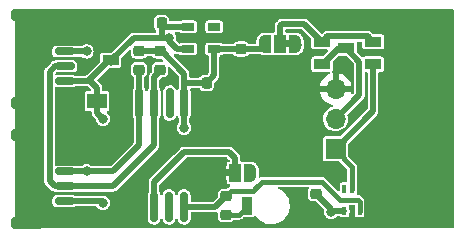
<source format=gbr>
G04 #@! TF.GenerationSoftware,KiCad,Pcbnew,(5.99.0-9154-g0d2ee266a1)*
G04 #@! TF.CreationDate,2021-02-19T12:57:40+01:00*
G04 #@! TF.ProjectId,TFRPM01C,54465250-4d30-4314-932e-6b696361645f,REV*
G04 #@! TF.SameCoordinates,PX78dfd90PY8290510*
G04 #@! TF.FileFunction,Copper,L2,Bot*
G04 #@! TF.FilePolarity,Positive*
%FSLAX46Y46*%
G04 Gerber Fmt 4.6, Leading zero omitted, Abs format (unit mm)*
G04 Created by KiCad (PCBNEW (5.99.0-9154-g0d2ee266a1)) date 2021-02-19 12:57:40*
%MOMM*%
%LPD*%
G01*
G04 APERTURE LIST*
G04 Aperture macros list*
%AMRoundRect*
0 Rectangle with rounded corners*
0 $1 Rounding radius*
0 $2 $3 $4 $5 $6 $7 $8 $9 X,Y pos of 4 corners*
0 Add a 4 corners polygon primitive as box body*
4,1,4,$2,$3,$4,$5,$6,$7,$8,$9,$2,$3,0*
0 Add four circle primitives for the rounded corners*
1,1,$1+$1,$2,$3*
1,1,$1+$1,$4,$5*
1,1,$1+$1,$6,$7*
1,1,$1+$1,$8,$9*
0 Add four rect primitives between the rounded corners*
20,1,$1+$1,$2,$3,$4,$5,0*
20,1,$1+$1,$4,$5,$6,$7,0*
20,1,$1+$1,$6,$7,$8,$9,0*
20,1,$1+$1,$8,$9,$2,$3,0*%
%AMFreePoly0*
4,1,22,0.550000,-0.750000,0.000000,-0.750000,0.000000,-0.745033,-0.079941,-0.743568,-0.215256,-0.701293,-0.333266,-0.622738,-0.424486,-0.514219,-0.481581,-0.384460,-0.499164,-0.250000,-0.500000,-0.250000,-0.500000,0.250000,-0.499164,0.250000,-0.499963,0.256109,-0.478152,0.396186,-0.417904,0.524511,-0.324060,0.630769,-0.204165,0.706417,-0.067858,0.745374,0.000000,0.744959,0.000000,0.750000,
0.550000,0.750000,0.550000,-0.750000,0.550000,-0.750000,$1*%
%AMFreePoly1*
4,1,20,0.000000,0.744959,0.073905,0.744508,0.209726,0.703889,0.328688,0.626782,0.421226,0.519385,0.479903,0.390333,0.500000,0.250000,0.500000,-0.250000,0.499851,-0.262216,0.476331,-0.402017,0.414519,-0.529596,0.319384,-0.634700,0.198574,-0.708877,0.061801,-0.746166,0.000000,-0.745033,0.000000,-0.750000,-0.550000,-0.750000,-0.550000,0.750000,0.000000,0.750000,0.000000,0.744959,
0.000000,0.744959,$1*%
G04 Aperture macros list end*
G04 #@! TA.AperFunction,SMDPad,CuDef*
%ADD10R,1.700000X1.300000*%
G04 #@! TD*
G04 #@! TA.AperFunction,ComponentPad*
%ADD11C,6.000000*%
G04 #@! TD*
G04 #@! TA.AperFunction,SMDPad,CuDef*
%ADD12RoundRect,0.218750X-0.256250X0.218750X-0.256250X-0.218750X0.256250X-0.218750X0.256250X0.218750X0*%
G04 #@! TD*
G04 #@! TA.AperFunction,ComponentPad*
%ADD13R,1.700000X1.700000*%
G04 #@! TD*
G04 #@! TA.AperFunction,ComponentPad*
%ADD14O,1.700000X1.700000*%
G04 #@! TD*
G04 #@! TA.AperFunction,SMDPad,CuDef*
%ADD15R,1.060000X0.650000*%
G04 #@! TD*
G04 #@! TA.AperFunction,SMDPad,CuDef*
%ADD16R,1.397000X0.889000*%
G04 #@! TD*
G04 #@! TA.AperFunction,SMDPad,CuDef*
%ADD17RoundRect,0.218750X0.218750X0.256250X-0.218750X0.256250X-0.218750X-0.256250X0.218750X-0.256250X0*%
G04 #@! TD*
G04 #@! TA.AperFunction,SMDPad,CuDef*
%ADD18RoundRect,0.150000X0.700000X-0.150000X0.700000X0.150000X-0.700000X0.150000X-0.700000X-0.150000X0*%
G04 #@! TD*
G04 #@! TA.AperFunction,SMDPad,CuDef*
%ADD19RoundRect,0.250000X1.100000X-0.250000X1.100000X0.250000X-1.100000X0.250000X-1.100000X-0.250000X0*%
G04 #@! TD*
G04 #@! TA.AperFunction,SMDPad,CuDef*
%ADD20RoundRect,0.218750X-0.218750X-0.256250X0.218750X-0.256250X0.218750X0.256250X-0.218750X0.256250X0*%
G04 #@! TD*
G04 #@! TA.AperFunction,SMDPad,CuDef*
%ADD21O,0.700000X2.600000*%
G04 #@! TD*
G04 #@! TA.AperFunction,SMDPad,CuDef*
%ADD22RoundRect,0.218750X0.256250X-0.218750X0.256250X0.218750X-0.256250X0.218750X-0.256250X-0.218750X0*%
G04 #@! TD*
G04 #@! TA.AperFunction,SMDPad,CuDef*
%ADD23R,0.950000X1.500000*%
G04 #@! TD*
G04 #@! TA.AperFunction,SMDPad,CuDef*
%ADD24R,0.400000X0.650000*%
G04 #@! TD*
G04 #@! TA.AperFunction,SMDPad,CuDef*
%ADD25FreePoly0,0.000000*%
G04 #@! TD*
G04 #@! TA.AperFunction,SMDPad,CuDef*
%ADD26R,1.000000X1.500000*%
G04 #@! TD*
G04 #@! TA.AperFunction,SMDPad,CuDef*
%ADD27FreePoly1,0.000000*%
G04 #@! TD*
G04 #@! TA.AperFunction,SMDPad,CuDef*
%ADD28FreePoly0,180.000000*%
G04 #@! TD*
G04 #@! TA.AperFunction,SMDPad,CuDef*
%ADD29FreePoly1,180.000000*%
G04 #@! TD*
G04 #@! TA.AperFunction,ViaPad*
%ADD30C,0.800000*%
G04 #@! TD*
G04 #@! TA.AperFunction,Conductor*
%ADD31C,0.500000*%
G04 #@! TD*
G04 #@! TA.AperFunction,Conductor*
%ADD32C,0.400000*%
G04 #@! TD*
G04 APERTURE END LIST*
G04 #@! TO.C,JP1*
G36*
X2648000Y-300000D02*
G01*
X2148000Y-300000D01*
X2148000Y300000D01*
X2648000Y300000D01*
X2648000Y-300000D01*
G37*
G04 #@! TO.C,JP2*
G36*
X7758000Y10622000D02*
G01*
X7258000Y10622000D01*
X7258000Y11222000D01*
X7758000Y11222000D01*
X7758000Y10622000D01*
G37*
G04 #@! TD*
D10*
G04 #@! TO.P,D1,1,K*
G04 #@! TO.N,+5V*
X-8636000Y6068000D03*
G04 #@! TO.P,D1,2,A*
G04 #@! TO.N,GND*
X-8636000Y2568000D03*
G04 #@! TD*
D11*
G04 #@! TO.P,M2,1*
G04 #@! TO.N,GND*
X5842000Y4574904D03*
G04 #@! TD*
D12*
G04 #@! TO.P,R10,1*
G04 #@! TO.N,+3V3*
X-3302000Y10312500D03*
G04 #@! TO.P,R10,2*
G04 #@! TO.N,/SCL*
X-3302000Y8737500D03*
G04 #@! TD*
D13*
G04 #@! TO.P,J1,1*
G04 #@! TO.N,/COUNT*
X11557000Y2034904D03*
D14*
G04 #@! TO.P,J1,2*
G04 #@! TO.N,Net-(C2-Pad1)*
X11557000Y4574904D03*
G04 #@! TO.P,J1,3*
G04 #@! TO.N,GND*
X11557000Y7114904D03*
G04 #@! TD*
D15*
G04 #@! TO.P,U3,1,VIN*
G04 #@! TO.N,+5V*
X-930000Y10480000D03*
G04 #@! TO.P,U3,2,GND*
G04 #@! TO.N,GND*
X-930000Y11430000D03*
G04 #@! TO.P,U3,3,EN*
G04 #@! TO.N,+5V*
X-930000Y12380000D03*
G04 #@! TO.P,U3,4,NC*
G04 #@! TO.N,N/C*
X1270000Y12380000D03*
G04 #@! TO.P,U3,5,VOUT*
G04 #@! TO.N,+3V3*
X1270000Y10480000D03*
G04 #@! TD*
D16*
G04 #@! TO.P,C3,1*
G04 #@! TO.N,+5V*
X-7493000Y9525000D03*
G04 #@! TO.P,C3,2*
G04 #@! TO.N,GND*
X-7493000Y11430000D03*
G04 #@! TD*
D17*
G04 #@! TO.P,C4,1*
G04 #@! TO.N,+5V*
X-3175000Y12700000D03*
G04 #@! TO.P,C4,2*
G04 #@! TO.N,GND*
X-4750000Y12700000D03*
G04 #@! TD*
D18*
G04 #@! TO.P,J2,1*
G04 #@! TO.N,+5V*
X-11358000Y7779904D03*
G04 #@! TO.P,J2,2*
G04 #@! TO.N,/SCL*
X-11358000Y9029904D03*
G04 #@! TO.P,J2,3*
G04 #@! TO.N,/SDA*
X-11358000Y10279904D03*
G04 #@! TO.P,J2,4*
G04 #@! TO.N,GND*
X-11358000Y11529904D03*
D19*
G04 #@! TO.P,J2,MP*
X-14558000Y5929904D03*
X-14558000Y13379904D03*
G04 #@! TD*
D12*
G04 #@! TO.P,R4,1*
G04 #@! TO.N,Net-(R4-Pad1)*
X2286000Y-1981000D03*
G04 #@! TO.P,R4,2*
G04 #@! TO.N,Net-(D2-Pad2)*
X2286000Y-3556000D03*
G04 #@! TD*
D16*
G04 #@! TO.P,R1,1*
G04 #@! TO.N,Net-(JP2-Pad2)*
X14732000Y11112500D03*
G04 #@! TO.P,R1,2*
G04 #@! TO.N,/COUNT*
X14732000Y9207500D03*
G04 #@! TD*
G04 #@! TO.P,R2,1*
G04 #@! TO.N,Net-(C2-Pad1)*
X10414000Y9207500D03*
G04 #@! TO.P,R2,2*
G04 #@! TO.N,Net-(JP2-Pad2)*
X10414000Y11112500D03*
G04 #@! TD*
D12*
G04 #@! TO.P,R3,1*
G04 #@! TO.N,+3V3*
X-5080000Y10312500D03*
G04 #@! TO.P,R3,2*
G04 #@! TO.N,/SDA*
X-5080000Y8737500D03*
G04 #@! TD*
G04 #@! TO.P,C6,1*
G04 #@! TO.N,+3V3*
X9906000Y-1752500D03*
G04 #@! TO.P,C6,2*
G04 #@! TO.N,GND*
X9906000Y-3327500D03*
G04 #@! TD*
D18*
G04 #@! TO.P,J3,1*
G04 #@! TO.N,+5V*
X-11358000Y-2380096D03*
G04 #@! TO.P,J3,2*
G04 #@! TO.N,/SCL*
X-11358000Y-1130096D03*
G04 #@! TO.P,J3,3*
G04 #@! TO.N,/SDA*
X-11358000Y119904D03*
G04 #@! TO.P,J3,4*
G04 #@! TO.N,GND*
X-11358000Y1369904D03*
D19*
G04 #@! TO.P,J3,MP*
X-14558000Y-4230096D03*
X-14558000Y3219904D03*
G04 #@! TD*
D20*
G04 #@! TO.P,C5,1*
G04 #@! TO.N,+3V3*
X635000Y7620000D03*
G04 #@! TO.P,C5,2*
G04 #@! TO.N,GND*
X2210000Y7620000D03*
G04 #@! TD*
D21*
G04 #@! TO.P,U1,1,OSCI*
G04 #@! TO.N,Net-(R4-Pad1)*
X-1270000Y-2876000D03*
G04 #@! TO.P,U1,2,OSCO*
G04 #@! TO.N,N/C*
X-2540000Y-2876000D03*
G04 #@! TO.P,U1,3,A0*
G04 #@! TO.N,Net-(JP1-Pad2)*
X-3810000Y-2876000D03*
G04 #@! TO.P,U1,4,VSS*
G04 #@! TO.N,GND*
X-5085000Y-2876000D03*
G04 #@! TO.P,U1,5,SDA*
G04 #@! TO.N,/SDA*
X-5080000Y5924000D03*
G04 #@! TO.P,U1,6,SCL*
G04 #@! TO.N,/SCL*
X-3810000Y5924000D03*
G04 #@! TO.P,U1,7,#INT*
G04 #@! TO.N,N/C*
X-2475000Y5924000D03*
G04 #@! TO.P,U1,8,VDD*
G04 #@! TO.N,+3V3*
X-1270000Y5924000D03*
G04 #@! TD*
D22*
G04 #@! TO.P,C1,1*
G04 #@! TO.N,+3V3*
X3556000Y10490000D03*
G04 #@! TO.P,C1,2*
G04 #@! TO.N,GND*
X3556000Y12065000D03*
G04 #@! TD*
D16*
G04 #@! TO.P,C2,1*
G04 #@! TO.N,Net-(C2-Pad1)*
X12446000Y10541000D03*
G04 #@! TO.P,C2,2*
G04 #@! TO.N,GND*
X12446000Y12446000D03*
G04 #@! TD*
D23*
G04 #@! TO.P,D2,1,K*
G04 #@! TO.N,GND*
X8203000Y-2791096D03*
G04 #@! TO.P,D2,2,A*
G04 #@! TO.N,Net-(D2-Pad2)*
X4053000Y-2791096D03*
G04 #@! TD*
D24*
G04 #@! TO.P,U2,1*
G04 #@! TO.N,N/C*
X12304000Y-1336000D03*
G04 #@! TO.P,U2,2*
G04 #@! TO.N,/COUNT*
X12954000Y-1336000D03*
G04 #@! TO.P,U2,3,GND*
G04 #@! TO.N,GND*
X13604000Y-1336000D03*
G04 #@! TO.P,U2,4*
G04 #@! TO.N,Net-(R4-Pad1)*
X13604000Y-3236000D03*
G04 #@! TO.P,U2,5,VCC*
G04 #@! TO.N,+3V3*
X12304000Y-3236000D03*
G04 #@! TD*
D25*
G04 #@! TO.P,JP1,1,A*
G04 #@! TO.N,GND*
X1748000Y0D03*
D26*
G04 #@! TO.P,JP1,2,C*
G04 #@! TO.N,Net-(JP1-Pad2)*
X3048000Y0D03*
D27*
G04 #@! TO.P,JP1,3,B*
G04 #@! TO.N,+3V3*
X4348000Y0D03*
G04 #@! TD*
D28*
G04 #@! TO.P,JP2,1,A*
G04 #@! TO.N,+5V*
X8158000Y10922000D03*
D26*
G04 #@! TO.P,JP2,2,C*
G04 #@! TO.N,Net-(JP2-Pad2)*
X6858000Y10922000D03*
D29*
G04 #@! TO.P,JP2,3,B*
G04 #@! TO.N,+3V3*
X5558000Y10922000D03*
G04 #@! TD*
D30*
G04 #@! TO.N,GND*
X4318000Y13081000D03*
X-11430000Y6098904D03*
X-11430000Y4574904D03*
X-6604000Y2542904D03*
X-11430000Y3050904D03*
X15240000Y-2032000D03*
X-6350000Y6858000D03*
X-6350000Y8382000D03*
X-7112000Y7620000D03*
X-11430000Y-3807096D03*
X-8890000Y-3810000D03*
X254000Y-1267096D03*
X-2540000Y2032000D03*
X254000Y0D03*
X-2540000Y3048000D03*
X-14478000Y7876904D03*
X-14478000Y-1775096D03*
X-14478000Y1272904D03*
X-14478000Y-759096D03*
X-14478000Y10924904D03*
X-14478000Y256904D03*
X-14478000Y9908904D03*
X-14478000Y8892904D03*
X-9652000Y13081000D03*
X11430000Y2904D03*
X12446000Y8890000D03*
X16256000Y1524000D03*
X17018000Y-1778000D03*
X2794000Y9144000D03*
X-2540000Y3810000D03*
X16256000Y254000D03*
X16383000Y12827000D03*
X3556000Y8382000D03*
X7747000Y8636000D03*
X17018000Y-3810000D03*
X17018000Y-2794000D03*
X8890000Y8128000D03*
X9779000Y7112000D03*
X10160000Y5969000D03*
X16256000Y2796904D03*
X16383000Y11684000D03*
X1524000Y2794000D03*
X1016000Y6096000D03*
X9017000Y-3937000D03*
X14224000Y0D03*
X-6858000Y4064000D03*
X1016000Y4064000D03*
X15240000Y-1016000D03*
X1016000Y-3810000D03*
X-6858000Y5842000D03*
X-6350000Y-2794000D03*
X10160000Y254000D03*
X-6680200Y13081000D03*
X8890000Y762000D03*
X-9652000Y11684000D03*
X-10922000Y13081000D03*
X-6350000Y-1778000D03*
X-8255000Y13081000D03*
X-6350000Y-3810000D03*
X-1270000Y-508000D03*
G04 #@! TO.N,+3V3*
X4348000Y0D03*
X-1270000Y3810000D03*
X11176000Y-3302000D03*
G04 #@! TO.N,+5V*
X-8128000Y4574904D03*
X-8128000Y-2540000D03*
X-2540000Y11430000D03*
X8255000Y10795000D03*
G04 #@! TO.N,/SDA*
X-9525000Y129904D03*
X-9525000Y10289904D03*
G04 #@! TD*
D31*
G04 #@! TO.N,Net-(C2-Pad1)*
X13583489Y6601393D02*
X13583489Y9403511D01*
X13583489Y9403511D02*
X12446000Y10541000D01*
G04 #@! TO.N,/COUNT*
X14732000Y5209904D02*
X14732000Y9207500D01*
X11557000Y2034904D02*
X14732000Y5209904D01*
G04 #@! TO.N,Net-(C2-Pad1)*
X11811000Y10541000D02*
X12446000Y10541000D01*
X10414000Y9207500D02*
X10477500Y9207500D01*
X10477500Y9207500D02*
X11811000Y10541000D01*
G04 #@! TO.N,Net-(JP2-Pad2)*
X10414000Y11112500D02*
X10852989Y11551489D01*
X10852989Y11551489D02*
X14293011Y11551489D01*
X14293011Y11551489D02*
X14732000Y11112500D01*
X7023989Y12611989D02*
X8914511Y12611989D01*
X8914511Y12611989D02*
X10414000Y11112500D01*
D32*
G04 #@! TO.N,Net-(D2-Pad2)*
X2286000Y-3556000D02*
X3363096Y-3556000D01*
X3363096Y-3556000D02*
X4128000Y-2791096D01*
G04 #@! TO.N,/COUNT*
X12954000Y508000D02*
X11557000Y1905000D01*
X11557000Y1905000D02*
X11557000Y2034904D01*
X12954000Y508000D02*
X12954000Y-1336000D01*
D31*
X11557000Y2034904D02*
X11684000Y2034904D01*
G04 #@! TO.N,+3V3*
X-5080000Y10312500D02*
X-3175000Y10312500D01*
X1270000Y8255000D02*
X635000Y7620000D01*
X3810000Y10490000D02*
X1280000Y10490000D01*
X1280000Y10490000D02*
X1270000Y10480000D01*
X-3175000Y10312500D02*
X-1270000Y8407500D01*
X3810000Y10490000D02*
X5253000Y10490000D01*
X635000Y7620000D02*
X-1270000Y7620000D01*
X9906000Y-1752500D02*
X11176000Y-3022500D01*
X-1270000Y7620000D02*
X-1270000Y5924000D01*
X11242000Y-3236000D02*
X11176000Y-3302000D01*
X5253000Y10490000D02*
X5685000Y10922000D01*
X1270000Y9525000D02*
X1270000Y10480000D01*
X-1270000Y8407500D02*
X-1270000Y7620000D01*
X1270000Y10480000D02*
X1270000Y8255000D01*
X11176000Y-3022500D02*
X11176000Y-3302000D01*
X-1270000Y5924000D02*
X-1270000Y3810000D01*
X12304000Y-3236000D02*
X11242000Y-3236000D01*
G04 #@! TO.N,+5V*
X-11358000Y-2380096D02*
X-8287904Y-2380096D01*
X-930000Y12380000D02*
X-2098000Y12380000D01*
X-2540000Y11430000D02*
X-3175000Y11430000D01*
X-11358000Y7779904D02*
X-9365096Y7779904D01*
X-2855000Y12380000D02*
X-3175000Y12700000D01*
X-8636000Y7218000D02*
X-9197904Y7779904D01*
X-7444980Y9525000D02*
X-7493000Y9525000D01*
X-1844000Y10480000D02*
X-2540000Y11176000D01*
X-7620000Y9525000D02*
X-9197904Y7947096D01*
X-3175000Y12700000D02*
X-3175000Y11430000D01*
X-5539980Y11430000D02*
X-7444980Y9525000D01*
X-11358000Y7779904D02*
X-9492096Y7779904D01*
X-8636000Y6068000D02*
X-8636000Y5082904D01*
X-930000Y12380000D02*
X-2855000Y12380000D01*
X-8636000Y6068000D02*
X-8636000Y7218000D01*
X-9365096Y7779904D02*
X-9197904Y7947096D01*
X-8287904Y-2380096D02*
X-8128000Y-2540000D01*
X-2540000Y11176000D02*
X-2540000Y11430000D01*
X-3175000Y11430000D02*
X-5539980Y11430000D01*
X-7493000Y9525000D02*
X-7620000Y9525000D01*
X-8636000Y5082904D02*
X-8128000Y4574904D01*
X-9197904Y7947096D02*
X-9197904Y7779904D01*
X-930000Y10480000D02*
X-1844000Y10480000D01*
X8285000Y10922000D02*
X8285000Y10825000D01*
X-7493000Y9345404D02*
X-7493000Y9525000D01*
X8285000Y10825000D02*
X8255000Y10795000D01*
X-9197904Y7779904D02*
X-9492096Y7779904D01*
G04 #@! TO.N,/SDA*
X-9535000Y10279904D02*
X-9525000Y10289904D01*
X-11358000Y10279904D02*
X-9535000Y10279904D01*
X-11358000Y119904D02*
X-9535000Y119904D01*
X-7276096Y129904D02*
X-5080000Y2326000D01*
X-5080000Y2326000D02*
X-5080000Y5924000D01*
X-9525000Y129904D02*
X-7276096Y129904D01*
X-5080000Y5924000D02*
X-5080000Y8737500D01*
X-9535000Y119904D02*
X-9525000Y129904D01*
G04 #@! TO.N,/SCL*
X-12208000Y9029904D02*
X-11358000Y9029904D01*
X-12658010Y8579894D02*
X-12208000Y9029904D01*
X-12658010Y-680086D02*
X-12658010Y8579894D01*
X-12208000Y-1130096D02*
X-12658010Y-680086D01*
X-11358000Y-1130096D02*
X-12208000Y-1130096D01*
X-3810000Y2326000D02*
X-3810000Y5924000D01*
X-11358000Y-1130096D02*
X-7266096Y-1130096D01*
X-3810000Y5924000D02*
X-3810000Y8102500D01*
X-7266096Y-1130096D02*
X-3810000Y2326000D01*
X-3810000Y8102500D02*
X-3175000Y8737500D01*
D32*
G04 #@! TO.N,Net-(R4-Pad1)*
X2743000Y-1524000D02*
X4572000Y-1524000D01*
X13604000Y-2428000D02*
X13462000Y-2286000D01*
X13604000Y-3236000D02*
X13604000Y-2428000D01*
D31*
X-1270000Y-2876000D02*
X1391000Y-2876000D01*
D32*
X4572000Y-1524000D02*
X4945980Y-1150020D01*
D31*
X1391000Y-2876000D02*
X2286000Y-1981000D01*
D32*
X2286000Y-1981000D02*
X2743000Y-1524000D01*
X11938000Y-2286000D02*
X11176000Y-1524000D01*
X13462000Y-2286000D02*
X11938000Y-2286000D01*
X5334000Y-762000D02*
X4572000Y-1524000D01*
X10414000Y-762000D02*
X5334000Y-762000D01*
X11938000Y-2286000D02*
X10414000Y-762000D01*
D31*
G04 #@! TO.N,Net-(JP1-Pad2)*
X3048000Y0D02*
X3048000Y636424D01*
X-3810000Y-762000D02*
X-3810000Y-2876000D01*
X-1866011Y1181989D02*
X-2286000Y762000D01*
X2540000Y1778000D02*
X1524000Y1778000D01*
X1524000Y1778000D02*
X1016000Y1778000D01*
X-1270000Y1778000D02*
X1524000Y1778000D01*
X3048000Y1270000D02*
X2540000Y1778000D01*
X-1905000Y1143000D02*
X-1270000Y1778000D01*
X3048000Y0D02*
X3048000Y1270000D01*
X2540000Y1778000D02*
X1906424Y1778000D01*
X-1905000Y1143000D02*
X-3810000Y-762000D01*
X-1866011Y1181989D02*
X-1905000Y1143000D01*
G04 #@! TO.N,Net-(JP2-Pad2)*
X7023989Y12611989D02*
X6858000Y12446000D01*
X6858000Y12446000D02*
X6858000Y10922000D01*
G04 #@! TO.N,Net-(C2-Pad1)*
X11557000Y4574904D02*
X13583489Y6601393D01*
G04 #@! TD*
G04 #@! TA.AperFunction,Conductor*
G04 #@! TO.N,GND*
G36*
X21511191Y13880997D02*
G01*
X21547155Y13831497D01*
X21552000Y13800904D01*
X21552000Y-4601096D01*
X21533093Y-4659287D01*
X21483593Y-4695251D01*
X21453000Y-4700096D01*
X-15449000Y-4700096D01*
X-15507191Y-4681189D01*
X-15543155Y-4631689D01*
X-15548000Y-4601096D01*
X-15548000Y-2190518D01*
X-12408500Y-2190518D01*
X-12408500Y-2560135D01*
X-12394333Y-2645249D01*
X-12338900Y-2747984D01*
X-12253178Y-2827226D01*
X-12245695Y-2830534D01*
X-12245692Y-2830536D01*
X-12202584Y-2849593D01*
X-12146409Y-2874427D01*
X-12097578Y-2880596D01*
X-10627961Y-2880596D01*
X-10542847Y-2866429D01*
X-10535643Y-2862542D01*
X-10498443Y-2842470D01*
X-10451432Y-2830596D01*
X-8710525Y-2830596D01*
X-8652334Y-2849503D01*
X-8631984Y-2869328D01*
X-8556153Y-2968153D01*
X-8430750Y-3064378D01*
X-8284715Y-3124868D01*
X-8128000Y-3145500D01*
X-7971285Y-3124868D01*
X-7825250Y-3064378D01*
X-7699847Y-2968153D01*
X-7603622Y-2842750D01*
X-7543132Y-2696715D01*
X-7522500Y-2540000D01*
X-7524565Y-2524311D01*
X-7534465Y-2449118D01*
X-7543132Y-2383285D01*
X-7603622Y-2237250D01*
X-7699847Y-2111847D01*
X-7825250Y-2015622D01*
X-7971285Y-1955132D01*
X-8128000Y-1934500D01*
X-8154993Y-1938054D01*
X-8187941Y-1934633D01*
X-8188298Y-1936503D01*
X-8195569Y-1935116D01*
X-8202552Y-1932664D01*
X-8208592Y-1932427D01*
X-8211271Y-1931905D01*
X-8216648Y-1930204D01*
X-8222269Y-1929762D01*
X-8222272Y-1929761D01*
X-8222358Y-1929755D01*
X-8224373Y-1929596D01*
X-8278691Y-1929596D01*
X-8282577Y-1929520D01*
X-8330494Y-1927637D01*
X-8330497Y-1927637D01*
X-8337888Y-1927347D01*
X-8344455Y-1929088D01*
X-8353680Y-1929596D01*
X-10449539Y-1929596D01*
X-10489568Y-1921142D01*
X-10498392Y-1917241D01*
X-10569591Y-1885765D01*
X-10618422Y-1879596D01*
X-12088039Y-1879596D01*
X-12173153Y-1893763D01*
X-12275888Y-1949196D01*
X-12355130Y-2034918D01*
X-12358438Y-2042401D01*
X-12358440Y-2042404D01*
X-12360760Y-2047653D01*
X-12402331Y-2141687D01*
X-12408500Y-2190518D01*
X-15548000Y-2190518D01*
X-15548000Y-694394D01*
X-13113285Y-694394D01*
X-13111956Y-701671D01*
X-13111956Y-701674D01*
X-13102673Y-752500D01*
X-13102164Y-755557D01*
X-13093374Y-814021D01*
X-13090249Y-820529D01*
X-13088952Y-827631D01*
X-13085541Y-834197D01*
X-13085541Y-834198D01*
X-13061717Y-880061D01*
X-13060328Y-882840D01*
X-13034745Y-936115D01*
X-13030642Y-940554D01*
X-13029118Y-942815D01*
X-13026517Y-947822D01*
X-13021485Y-953714D01*
X-12983059Y-992140D01*
X-12980366Y-994942D01*
X-12942808Y-1035572D01*
X-12936933Y-1038985D01*
X-12930052Y-1045147D01*
X-12549085Y-1426114D01*
X-12541349Y-1434820D01*
X-12519811Y-1462141D01*
X-12471181Y-1495751D01*
X-12468690Y-1497532D01*
X-12427097Y-1528254D01*
X-12427093Y-1528256D01*
X-12421143Y-1532651D01*
X-12414331Y-1535043D01*
X-12408392Y-1539148D01*
X-12401331Y-1541381D01*
X-12352067Y-1556961D01*
X-12349115Y-1557946D01*
X-12300339Y-1575075D01*
X-12300335Y-1575076D01*
X-12293352Y-1577528D01*
X-12287311Y-1577765D01*
X-12284635Y-1578287D01*
X-12279256Y-1579988D01*
X-12273635Y-1580430D01*
X-12273632Y-1580431D01*
X-12273546Y-1580437D01*
X-12271531Y-1580596D01*
X-12266461Y-1580596D01*
X-12226432Y-1589050D01*
X-12146409Y-1624427D01*
X-12097578Y-1630596D01*
X-10627961Y-1630596D01*
X-10542847Y-1616429D01*
X-10498444Y-1592470D01*
X-10451432Y-1580596D01*
X-7297973Y-1580596D01*
X-7286337Y-1581282D01*
X-7251788Y-1585371D01*
X-7244511Y-1584042D01*
X-7244508Y-1584042D01*
X-7209505Y-1577649D01*
X-7193661Y-1574755D01*
X-7190625Y-1574250D01*
X-7132161Y-1565460D01*
X-7125653Y-1562335D01*
X-7118551Y-1561038D01*
X-7111614Y-1557435D01*
X-7066121Y-1533803D01*
X-7063340Y-1532413D01*
X-7054679Y-1528254D01*
X-7010067Y-1506831D01*
X-7005628Y-1502728D01*
X-7003367Y-1501204D01*
X-6998360Y-1498603D01*
X-6992468Y-1493571D01*
X-6954042Y-1455145D01*
X-6951239Y-1452451D01*
X-6916045Y-1419918D01*
X-6910610Y-1414894D01*
X-6907197Y-1409019D01*
X-6901035Y-1402138D01*
X-3513977Y1984919D01*
X-3505263Y1992661D01*
X-3483768Y2009606D01*
X-3483767Y2009607D01*
X-3477955Y2014189D01*
X-3444369Y2062783D01*
X-3442562Y2065312D01*
X-3411843Y2106903D01*
X-3411842Y2106905D01*
X-3407445Y2112858D01*
X-3405054Y2119668D01*
X-3400948Y2125608D01*
X-3398717Y2132661D01*
X-3398715Y2132666D01*
X-3384961Y2176157D01*
X-3383122Y2181971D01*
X-3382160Y2184856D01*
X-3362568Y2240648D01*
X-3362331Y2246688D01*
X-3361809Y2249367D01*
X-3360108Y2254744D01*
X-3359500Y2262469D01*
X-3359500Y2316787D01*
X-3359424Y2320673D01*
X-3357541Y2368590D01*
X-3357541Y2368593D01*
X-3357251Y2375984D01*
X-3358992Y2382551D01*
X-3359500Y2391776D01*
X-3359500Y4627966D01*
X-3344639Y4680135D01*
X-3306082Y4742321D01*
X-3306082Y4742322D01*
X-3302525Y4748058D01*
X-3260459Y4892851D01*
X-3259500Y4905911D01*
X-3259500Y6910501D01*
X-3274963Y7023385D01*
X-3277640Y7029571D01*
X-3277641Y7029575D01*
X-3332164Y7155570D01*
X-3332166Y7155574D01*
X-3334845Y7161764D01*
X-3339094Y7167011D01*
X-3342588Y7172780D01*
X-3340626Y7173968D01*
X-3359500Y7227268D01*
X-3359500Y7874889D01*
X-3340593Y7933080D01*
X-3330504Y7944893D01*
X-3204893Y8070504D01*
X-3150376Y8098281D01*
X-3134889Y8099500D01*
X-3014181Y8099500D01*
X-3010337Y8100109D01*
X-3010335Y8100109D01*
X-2922345Y8114045D01*
X-2922344Y8114045D01*
X-2914650Y8115264D01*
X-2883523Y8131124D01*
X-2803321Y8171989D01*
X-2803319Y8171990D01*
X-2796382Y8175525D01*
X-2702525Y8269382D01*
X-2697107Y8280014D01*
X-2645800Y8380710D01*
X-2645800Y8380711D01*
X-2642264Y8387650D01*
X-2638724Y8409997D01*
X-2627109Y8483335D01*
X-2627109Y8483337D01*
X-2626500Y8487181D01*
X-2626500Y8887888D01*
X-2607593Y8946079D01*
X-2558093Y8982043D01*
X-2496907Y8982043D01*
X-2457496Y8957892D01*
X-1749496Y8249892D01*
X-1721719Y8195375D01*
X-1720500Y8179888D01*
X-1720500Y7682575D01*
X-1721901Y7670328D01*
X-1721844Y7670324D01*
X-1722424Y7662950D01*
X-1724096Y7655738D01*
X-1723573Y7648355D01*
X-1720747Y7608439D01*
X-1720500Y7601447D01*
X-1720500Y7220034D01*
X-1735361Y7167865D01*
X-1768522Y7114382D01*
X-1777475Y7099942D01*
X-1779358Y7093460D01*
X-1782103Y7087295D01*
X-1783237Y7087800D01*
X-1813724Y7042938D01*
X-1871292Y7022212D01*
X-1930048Y7039281D01*
X-1965261Y7081845D01*
X-1969697Y7092097D01*
X-1999845Y7161764D01*
X-2094734Y7278942D01*
X-2115319Y7293571D01*
X-2212141Y7362379D01*
X-2212142Y7362380D01*
X-2217639Y7366286D01*
X-2223983Y7368570D01*
X-2223987Y7368572D01*
X-2353157Y7415076D01*
X-2353160Y7415077D01*
X-2359505Y7417361D01*
X-2386794Y7419365D01*
X-2503146Y7427910D01*
X-2503150Y7427910D01*
X-2509880Y7428404D01*
X-2516495Y7427070D01*
X-2516497Y7427070D01*
X-2561602Y7417975D01*
X-2657685Y7398601D01*
X-2663691Y7395541D01*
X-2663693Y7395540D01*
X-2711627Y7371116D01*
X-2792031Y7330148D01*
X-2796994Y7325585D01*
X-2796996Y7325583D01*
X-2851736Y7275247D01*
X-2903020Y7228089D01*
X-2982475Y7099942D01*
X-3024541Y6955149D01*
X-3025500Y6942089D01*
X-3025500Y4937499D01*
X-3010037Y4824615D01*
X-3007360Y4818429D01*
X-3007359Y4818425D01*
X-2952836Y4692430D01*
X-2952834Y4692426D01*
X-2950155Y4686236D01*
X-2855266Y4569058D01*
X-2849767Y4565150D01*
X-2778903Y4514790D01*
X-2732361Y4481714D01*
X-2726017Y4479430D01*
X-2726013Y4479428D01*
X-2596843Y4432924D01*
X-2596840Y4432923D01*
X-2590495Y4430639D01*
X-2565504Y4428804D01*
X-2446854Y4420090D01*
X-2446850Y4420090D01*
X-2440120Y4419596D01*
X-2433505Y4420930D01*
X-2433503Y4420930D01*
X-2298926Y4448066D01*
X-2292315Y4449399D01*
X-2157969Y4517852D01*
X-2153006Y4522415D01*
X-2153004Y4522417D01*
X-2051948Y4615343D01*
X-2046980Y4619911D01*
X-1967525Y4748058D01*
X-1965642Y4754540D01*
X-1962897Y4760705D01*
X-1961763Y4760200D01*
X-1931276Y4805062D01*
X-1873708Y4825788D01*
X-1814952Y4808719D01*
X-1779739Y4766155D01*
X-1745155Y4686236D01*
X-1740906Y4680989D01*
X-1737412Y4675220D01*
X-1739374Y4674032D01*
X-1720500Y4620732D01*
X-1720500Y4242636D01*
X-1740958Y4182369D01*
X-1794378Y4112750D01*
X-1854868Y3966715D01*
X-1875500Y3810000D01*
X-1854868Y3653285D01*
X-1794378Y3507250D01*
X-1698153Y3381847D01*
X-1572750Y3285622D01*
X-1426715Y3225132D01*
X-1270000Y3204500D01*
X-1113285Y3225132D01*
X-967250Y3285622D01*
X-841847Y3381847D01*
X-745622Y3507250D01*
X-685132Y3653285D01*
X-664500Y3810000D01*
X-685132Y3966715D01*
X-745622Y4112750D01*
X-799042Y4182369D01*
X-819500Y4242636D01*
X-819500Y4627966D01*
X-804639Y4680135D01*
X-766082Y4742321D01*
X-766082Y4742322D01*
X-762525Y4748058D01*
X-720459Y4892851D01*
X-719500Y4905911D01*
X-719500Y6910501D01*
X-734963Y7023385D01*
X-737640Y7029572D01*
X-737642Y7029578D01*
X-738337Y7031183D01*
X-738463Y7032518D01*
X-739458Y7036081D01*
X-738817Y7036260D01*
X-744095Y7092097D01*
X-712948Y7144761D01*
X-656795Y7169061D01*
X-647479Y7169500D01*
X-15727Y7169500D01*
X42464Y7150593D01*
X63166Y7126361D01*
X64908Y7127627D01*
X69489Y7121321D01*
X73025Y7114382D01*
X166882Y7020525D01*
X173819Y7016990D01*
X173821Y7016989D01*
X278210Y6963800D01*
X285150Y6960264D01*
X292844Y6959045D01*
X292845Y6959045D01*
X380835Y6945109D01*
X380837Y6945109D01*
X384681Y6944500D01*
X885319Y6944500D01*
X889163Y6945109D01*
X889165Y6945109D01*
X977155Y6959045D01*
X977156Y6959045D01*
X984850Y6960264D01*
X991790Y6963800D01*
X1096179Y7016989D01*
X1096181Y7016990D01*
X1103118Y7020525D01*
X1196975Y7114382D01*
X1217962Y7155570D01*
X1253700Y7225710D01*
X1253700Y7225711D01*
X1257236Y7232650D01*
X1264748Y7280075D01*
X1272391Y7328335D01*
X1272391Y7328337D01*
X1273000Y7332181D01*
X1273000Y7579889D01*
X1291907Y7638080D01*
X1301996Y7649893D01*
X1566018Y7913915D01*
X1574724Y7921651D01*
X1602045Y7943189D01*
X1635648Y7991807D01*
X1637456Y7994337D01*
X1668156Y8035902D01*
X1672555Y8041858D01*
X1674946Y8048668D01*
X1679052Y8054608D01*
X1681283Y8061661D01*
X1681285Y8061666D01*
X1696873Y8110957D01*
X1697840Y8113856D01*
X1717432Y8169648D01*
X1717669Y8175688D01*
X1718191Y8178367D01*
X1719892Y8183744D01*
X1720500Y8191469D01*
X1720500Y8245787D01*
X1720576Y8249673D01*
X1722459Y8297590D01*
X1722459Y8297593D01*
X1722749Y8304984D01*
X1721008Y8311551D01*
X1720500Y8320776D01*
X1720500Y9852439D01*
X1739407Y9910630D01*
X1788907Y9946594D01*
X1800186Y9949537D01*
X1869076Y9963240D01*
X1869078Y9963241D01*
X1878641Y9965143D01*
X1945310Y10009690D01*
X1947103Y10012374D01*
X1997950Y10038281D01*
X2013437Y10039500D01*
X2897899Y10039500D01*
X2956090Y10020593D01*
X2967903Y10010504D01*
X3050382Y9928025D01*
X3057319Y9924490D01*
X3057321Y9924489D01*
X3160154Y9872093D01*
X3168650Y9867764D01*
X3176344Y9866545D01*
X3176345Y9866545D01*
X3264335Y9852609D01*
X3264337Y9852609D01*
X3268181Y9852000D01*
X3843819Y9852000D01*
X3847663Y9852609D01*
X3847665Y9852609D01*
X3935655Y9866545D01*
X3935656Y9866545D01*
X3943350Y9867764D01*
X3951846Y9872093D01*
X4054679Y9924489D01*
X4054681Y9924490D01*
X4061618Y9928025D01*
X4144097Y10010504D01*
X4198614Y10038281D01*
X4214101Y10039500D01*
X5221123Y10039500D01*
X5232762Y10038813D01*
X5242113Y10037706D01*
X5271997Y10029264D01*
X5286191Y10022706D01*
X5286197Y10022704D01*
X5289393Y10021227D01*
X5425214Y9980608D01*
X5482841Y9971996D01*
X5522434Y9971755D01*
X5541134Y9969855D01*
X5558000Y9966500D01*
X6108000Y9966500D01*
X6186641Y9982143D01*
X6194747Y9987559D01*
X6195116Y9987712D01*
X6256112Y9992511D01*
X6270884Y9987712D01*
X6271253Y9987559D01*
X6279359Y9982143D01*
X6358000Y9966500D01*
X7358000Y9966500D01*
X7436641Y9982143D01*
X7444747Y9987559D01*
X7445116Y9987712D01*
X7506112Y9992511D01*
X7520884Y9987712D01*
X7521253Y9987559D01*
X7529359Y9982143D01*
X7608000Y9966500D01*
X8158000Y9966500D01*
X8172706Y9969425D01*
X8192623Y9971326D01*
X8224601Y9971130D01*
X8228088Y9971608D01*
X8228094Y9971608D01*
X8278841Y9978559D01*
X8278844Y9978560D01*
X8282329Y9979037D01*
X8418636Y10017994D01*
X8471823Y10041786D01*
X8591718Y10117434D01*
X8636089Y10155197D01*
X8729933Y10261455D01*
X8761922Y10310154D01*
X8822170Y10438479D01*
X8830700Y10466377D01*
X8838175Y10490828D01*
X8839205Y10494197D01*
X8853602Y10586659D01*
X8860474Y10630791D01*
X8860474Y10630796D01*
X8861016Y10634274D01*
X8861233Y10652034D01*
X8862316Y10662370D01*
X8862075Y10662394D01*
X8862551Y10667230D01*
X8863500Y10672000D01*
X8863500Y11172000D01*
X8861696Y11181070D01*
X8860212Y11198552D01*
X8860929Y11198646D01*
X8858111Y11220202D01*
X8843804Y11329606D01*
X8843803Y11329610D01*
X8843346Y11333106D01*
X8842398Y11336500D01*
X8842397Y11336507D01*
X8828628Y11385821D01*
X8827678Y11389224D01*
X8819244Y11408393D01*
X8772000Y11515762D01*
X8770583Y11518983D01*
X8749943Y11552142D01*
X8741652Y11565463D01*
X8741649Y11565467D01*
X8739793Y11568449D01*
X8648573Y11676968D01*
X8605138Y11715803D01*
X8599101Y11719822D01*
X8534987Y11762500D01*
X8487128Y11794358D01*
X8454464Y11809938D01*
X8437716Y11817927D01*
X8437712Y11817929D01*
X8434537Y11819443D01*
X8299222Y11861718D01*
X8295744Y11862281D01*
X8295737Y11862283D01*
X8267445Y11866865D01*
X8241706Y11871034D01*
X8238187Y11871099D01*
X8238182Y11871099D01*
X8195624Y11871879D01*
X8194145Y11871906D01*
X8176647Y11873791D01*
X8173390Y11874439D01*
X8158000Y11877500D01*
X7608000Y11877500D01*
X7529359Y11861857D01*
X7521253Y11856441D01*
X7520884Y11856288D01*
X7459888Y11851489D01*
X7445116Y11856288D01*
X7444747Y11856441D01*
X7436641Y11861857D01*
X7427078Y11863759D01*
X7427074Y11863761D01*
X7388185Y11871497D01*
X7334801Y11901394D01*
X7309186Y11956959D01*
X7308500Y11968594D01*
X7308500Y12062489D01*
X7327407Y12120680D01*
X7376907Y12156644D01*
X7407500Y12161489D01*
X8686900Y12161489D01*
X8745091Y12142582D01*
X8756904Y12132493D01*
X9481004Y11408393D01*
X9508781Y11353876D01*
X9510000Y11338389D01*
X9510000Y10668000D01*
X9525643Y10589359D01*
X9570190Y10522690D01*
X9636859Y10478143D01*
X9646422Y10476241D01*
X9646424Y10476240D01*
X9671700Y10471213D01*
X9715500Y10462500D01*
X10856389Y10462500D01*
X10914580Y10443593D01*
X10950544Y10394093D01*
X10950544Y10332907D01*
X10926392Y10293496D01*
X10519391Y9886496D01*
X10464875Y9858719D01*
X10449388Y9857500D01*
X9715500Y9857500D01*
X9671700Y9848787D01*
X9646424Y9843760D01*
X9646422Y9843759D01*
X9636859Y9841857D01*
X9570190Y9797310D01*
X9564771Y9789200D01*
X9548953Y9765526D01*
X9525643Y9730641D01*
X9510000Y9652000D01*
X9510000Y8763000D01*
X9525643Y8684359D01*
X9570190Y8617690D01*
X9636859Y8573143D01*
X9646422Y8571241D01*
X9646424Y8571240D01*
X9671700Y8566213D01*
X9715500Y8557500D01*
X10992237Y8557500D01*
X11050428Y8538593D01*
X11086392Y8489093D01*
X11086392Y8427907D01*
X11050428Y8378407D01*
X11028601Y8366420D01*
X10954855Y8337296D01*
X10947382Y8333587D01*
X10757508Y8218368D01*
X10750761Y8213448D01*
X10583019Y8067889D01*
X10577190Y8061895D01*
X10436380Y7890165D01*
X10431637Y7883263D01*
X10321775Y7690264D01*
X10318268Y7682674D01*
X10242492Y7473913D01*
X10240315Y7465846D01*
X10225575Y7384335D01*
X10227374Y7371116D01*
X10227728Y7370747D01*
X10235051Y7368904D01*
X11287320Y7368904D01*
X11300005Y7373026D01*
X11303000Y7377147D01*
X11303000Y8433622D01*
X11300877Y8440154D01*
X11811000Y8440154D01*
X11811000Y7384584D01*
X11815122Y7371899D01*
X11819243Y7368904D01*
X12878514Y7368904D01*
X12890341Y7372747D01*
X12890638Y7382605D01*
X12843665Y7563584D01*
X12840892Y7571458D01*
X12749673Y7773958D01*
X12745610Y7781258D01*
X12621585Y7965479D01*
X12616337Y7972006D01*
X12463046Y8132697D01*
X12456787Y8138234D01*
X12278609Y8270802D01*
X12271500Y8275210D01*
X12073529Y8375864D01*
X12065791Y8379006D01*
X11853686Y8444865D01*
X11845532Y8446658D01*
X11826544Y8449175D01*
X11813427Y8446755D01*
X11812205Y8445471D01*
X11811000Y8440154D01*
X11300877Y8440154D01*
X11298878Y8446307D01*
X11282389Y8458287D01*
X11259140Y8467246D01*
X11225882Y8518603D01*
X11229162Y8579700D01*
X11250836Y8613030D01*
X11257810Y8617690D01*
X11302357Y8684359D01*
X11318000Y8763000D01*
X11318000Y9369889D01*
X11336907Y9428080D01*
X11346996Y9439893D01*
X11769107Y9862004D01*
X11823624Y9889781D01*
X11839111Y9891000D01*
X12417889Y9891000D01*
X12476080Y9872093D01*
X12487893Y9862004D01*
X13103993Y9245904D01*
X13131770Y9191387D01*
X13132989Y9175900D01*
X13132989Y6829005D01*
X13114082Y6770814D01*
X13103993Y6759001D01*
X13043060Y6698068D01*
X12988543Y6670291D01*
X12928111Y6679862D01*
X12884846Y6723127D01*
X12875275Y6783559D01*
X12877726Y6794778D01*
X12893299Y6850368D01*
X12891595Y6858352D01*
X12889724Y6860034D01*
X12885621Y6860904D01*
X10237968Y6860904D01*
X10225283Y6856782D01*
X10224679Y6855951D01*
X10224162Y6849270D01*
X10233820Y6789305D01*
X10235842Y6781195D01*
X10307596Y6571022D01*
X10310956Y6563366D01*
X10417100Y6368279D01*
X10421699Y6361305D01*
X10559191Y6186898D01*
X10564905Y6180791D01*
X10729813Y6032046D01*
X10736475Y6026990D01*
X10924095Y5908152D01*
X10931506Y5904294D01*
X11136468Y5818766D01*
X11144425Y5816212D01*
X11286662Y5783505D01*
X11339135Y5752038D01*
X11363092Y5695738D01*
X11349380Y5636108D01*
X11303238Y5595927D01*
X11292428Y5592051D01*
X11166250Y5554915D01*
X11166247Y5554914D01*
X11161603Y5553547D01*
X11157309Y5551302D01*
X10983344Y5460356D01*
X10983340Y5460353D01*
X10979047Y5458109D01*
X10975271Y5455073D01*
X10975268Y5455071D01*
X10881058Y5379324D01*
X10818505Y5329030D01*
X10766683Y5267271D01*
X10689202Y5174933D01*
X10689199Y5174929D01*
X10686093Y5171227D01*
X10586853Y4990710D01*
X10585389Y4986096D01*
X10585388Y4986093D01*
X10531167Y4815168D01*
X10524565Y4794355D01*
X10524025Y4789543D01*
X10524025Y4789542D01*
X10509023Y4655790D01*
X10501603Y4589641D01*
X10507248Y4522417D01*
X10515882Y4419596D01*
X10518840Y4384366D01*
X10520173Y4379718D01*
X10520173Y4379717D01*
X10551017Y4272154D01*
X10575621Y4186349D01*
X10669782Y4003131D01*
X10797737Y3841692D01*
X10954612Y3708181D01*
X10958835Y3705821D01*
X10958839Y3705818D01*
X11041321Y3659721D01*
X11134432Y3607683D01*
X11139030Y3606189D01*
X11325742Y3545522D01*
X11325745Y3545521D01*
X11330347Y3544026D01*
X11534895Y3519635D01*
X11539717Y3520006D01*
X11539720Y3520006D01*
X11735458Y3535067D01*
X11735463Y3535068D01*
X11740286Y3535439D01*
X11938695Y3590836D01*
X11969089Y3606189D01*
X12118244Y3681533D01*
X12118246Y3681534D01*
X12122565Y3683716D01*
X12284893Y3810541D01*
X12288055Y3814204D01*
X12288060Y3814209D01*
X12416332Y3962815D01*
X12419496Y3966480D01*
X12423037Y3972712D01*
X12518858Y4141387D01*
X12518859Y4141390D01*
X12521247Y4145593D01*
X12523347Y4151904D01*
X12584743Y4336469D01*
X12584743Y4336471D01*
X12586270Y4341060D01*
X12591154Y4379717D01*
X12611740Y4542679D01*
X12612088Y4545433D01*
X12612500Y4574904D01*
X12608087Y4619911D01*
X12592870Y4775108D01*
X12592869Y4775112D01*
X12592398Y4779918D01*
X12589493Y4789542D01*
X12573272Y4843266D01*
X12564701Y4871656D01*
X12565983Y4932827D01*
X12589472Y4970273D01*
X13879507Y6260308D01*
X13888213Y6268044D01*
X13915534Y6289582D01*
X13949144Y6338212D01*
X13950925Y6340703D01*
X13981647Y6382296D01*
X13981649Y6382300D01*
X13986044Y6388250D01*
X13988436Y6395062D01*
X13992541Y6401001D01*
X14010354Y6457326D01*
X14011339Y6460278D01*
X14028468Y6509054D01*
X14028469Y6509058D01*
X14030921Y6516041D01*
X14031158Y6522082D01*
X14031680Y6524758D01*
X14033381Y6530137D01*
X14033989Y6537862D01*
X14033989Y6592180D01*
X14034065Y6596066D01*
X14035948Y6643983D01*
X14035948Y6643986D01*
X14036238Y6651377D01*
X14034497Y6657944D01*
X14033989Y6667169D01*
X14033989Y8458500D01*
X14052896Y8516691D01*
X14102396Y8552655D01*
X14132989Y8557500D01*
X14182500Y8557500D01*
X14240691Y8538593D01*
X14276655Y8489093D01*
X14281500Y8458500D01*
X14281500Y5437515D01*
X14262593Y5379324D01*
X14252504Y5367511D01*
X12004392Y3119400D01*
X11949875Y3091623D01*
X11934388Y3090404D01*
X10707000Y3090404D01*
X10663200Y3081691D01*
X10637924Y3076664D01*
X10637922Y3076663D01*
X10628359Y3074761D01*
X10561690Y3030214D01*
X10517143Y2963545D01*
X10501500Y2884904D01*
X10501500Y1184904D01*
X10517143Y1106263D01*
X10561690Y1039594D01*
X10628359Y995047D01*
X10637922Y993145D01*
X10637924Y993144D01*
X10663200Y988117D01*
X10707000Y979404D01*
X11875196Y979404D01*
X11933387Y960497D01*
X11945200Y950408D01*
X12524504Y371103D01*
X12552281Y316586D01*
X12553500Y301099D01*
X12553500Y-706500D01*
X12534593Y-764691D01*
X12485093Y-800655D01*
X12454500Y-805500D01*
X12104000Y-805500D01*
X12061163Y-814021D01*
X12034924Y-819240D01*
X12034922Y-819241D01*
X12025359Y-821143D01*
X11958690Y-865690D01*
X11914143Y-932359D01*
X11898500Y-1011000D01*
X11898500Y-1441099D01*
X11879593Y-1499290D01*
X11830093Y-1535254D01*
X11768907Y-1535254D01*
X11729496Y-1511103D01*
X10742084Y-523692D01*
X10742063Y-523668D01*
X10742056Y-523653D01*
X10652347Y-433944D01*
X10630849Y-422991D01*
X10617608Y-414876D01*
X10604398Y-405278D01*
X10598093Y-400697D01*
X10575145Y-393241D01*
X10560794Y-387296D01*
X10539306Y-376347D01*
X10522199Y-373637D01*
X10515476Y-372572D01*
X10500377Y-368947D01*
X10484842Y-363900D01*
X10484843Y-363900D01*
X10477434Y-361493D01*
X10350566Y-361493D01*
X10350551Y-361498D01*
X10350521Y-361500D01*
X5397485Y-361500D01*
X5397451Y-361497D01*
X5397434Y-361492D01*
X5270566Y-361492D01*
X5263159Y-363899D01*
X5263157Y-363899D01*
X5247617Y-368948D01*
X5232514Y-372574D01*
X5227985Y-373292D01*
X5208694Y-376347D01*
X5201756Y-379882D01*
X5194948Y-383351D01*
X5134516Y-392921D01*
X5080000Y-365142D01*
X5052223Y-310625D01*
X5051401Y-286296D01*
X5053165Y-266633D01*
X5053166Y-266623D01*
X5053336Y-264722D01*
X5053485Y-252506D01*
X5053500Y-250000D01*
X5053500Y250000D01*
X5051425Y279132D01*
X5035659Y389222D01*
X5031828Y415976D01*
X5031827Y415981D01*
X5031328Y419465D01*
X5028863Y427895D01*
X5015963Y472010D01*
X5015960Y472018D01*
X5014974Y475390D01*
X4956297Y604442D01*
X4953127Y609400D01*
X4926802Y650561D01*
X4924906Y653526D01*
X4909233Y671716D01*
X4834663Y758260D01*
X4834660Y758263D01*
X4832368Y760923D01*
X4829727Y763227D01*
X4829723Y763231D01*
X4810415Y780075D01*
X4788461Y799227D01*
X4713261Y847969D01*
X4672448Y874423D01*
X4672443Y874425D01*
X4669499Y876334D01*
X4616607Y900773D01*
X4480786Y941392D01*
X4423159Y950004D01*
X4383566Y950245D01*
X4364866Y952145D01*
X4348000Y955500D01*
X3798000Y955500D01*
X3719359Y939857D01*
X3711253Y934441D01*
X3710884Y934288D01*
X3649888Y929489D01*
X3635116Y934288D01*
X3634747Y934441D01*
X3626641Y939857D01*
X3617078Y941759D01*
X3617074Y941761D01*
X3578185Y949497D01*
X3524801Y979394D01*
X3499186Y1034959D01*
X3498500Y1046594D01*
X3498500Y1238123D01*
X3499186Y1249759D01*
X3502405Y1276960D01*
X3503275Y1284308D01*
X3501946Y1291585D01*
X3501946Y1291588D01*
X3492663Y1342414D01*
X3492152Y1345482D01*
X3484464Y1396619D01*
X3483364Y1403935D01*
X3480239Y1410443D01*
X3478942Y1417545D01*
X3451706Y1469977D01*
X3450317Y1472756D01*
X3427938Y1519358D01*
X3424735Y1526029D01*
X3420631Y1530469D01*
X3419109Y1532728D01*
X3416507Y1537736D01*
X3411474Y1543629D01*
X3373048Y1582055D01*
X3370354Y1584858D01*
X3337822Y1620051D01*
X3332798Y1625486D01*
X3326923Y1628899D01*
X3320042Y1635061D01*
X2881082Y2074021D01*
X2873339Y2082736D01*
X2851811Y2110045D01*
X2825544Y2128200D01*
X2803217Y2143631D01*
X2800688Y2145438D01*
X2759097Y2176157D01*
X2759095Y2176158D01*
X2753142Y2180555D01*
X2746332Y2182946D01*
X2740392Y2187052D01*
X2733339Y2189283D01*
X2733334Y2189285D01*
X2695559Y2201231D01*
X2684029Y2204878D01*
X2681144Y2205840D01*
X2625352Y2225432D01*
X2619312Y2225669D01*
X2616633Y2226191D01*
X2611256Y2227892D01*
X2605635Y2228334D01*
X2605632Y2228335D01*
X2605546Y2228341D01*
X2603531Y2228500D01*
X2549213Y2228500D01*
X2545327Y2228576D01*
X2497410Y2230459D01*
X2497407Y2230459D01*
X2490016Y2230749D01*
X2483449Y2229008D01*
X2474224Y2228500D01*
X-1238122Y2228500D01*
X-1249758Y2229186D01*
X-1251231Y2229360D01*
X-1284307Y2233275D01*
X-1291584Y2231946D01*
X-1291585Y2231946D01*
X-1299726Y2230459D01*
X-1342453Y2222656D01*
X-1345467Y2222154D01*
X-1403935Y2213364D01*
X-1410443Y2210239D01*
X-1417545Y2208942D01*
X-1424110Y2205532D01*
X-1424112Y2205531D01*
X-1439307Y2197638D01*
X-1470039Y2181673D01*
X-1472764Y2180313D01*
X-1526029Y2154735D01*
X-1530466Y2150634D01*
X-1532726Y2149111D01*
X-1537736Y2146508D01*
X-1543628Y2141475D01*
X-1582055Y2103048D01*
X-1584857Y2100355D01*
X-1625486Y2062798D01*
X-1628899Y2056923D01*
X-1635061Y2050042D01*
X-2139639Y1545465D01*
X-2628069Y1057035D01*
X-2628071Y1057032D01*
X-4106023Y-420919D01*
X-4114737Y-428661D01*
X-4131771Y-442090D01*
X-4142045Y-450189D01*
X-4159020Y-474749D01*
X-4175631Y-498783D01*
X-4177438Y-501312D01*
X-4208157Y-542903D01*
X-4212555Y-548858D01*
X-4214946Y-555668D01*
X-4219052Y-561608D01*
X-4221283Y-568661D01*
X-4221285Y-568666D01*
X-4236873Y-617957D01*
X-4237840Y-620856D01*
X-4257432Y-676648D01*
X-4257669Y-682688D01*
X-4258191Y-685367D01*
X-4259892Y-690744D01*
X-4260500Y-698469D01*
X-4260500Y-752787D01*
X-4260576Y-756673D01*
X-4262749Y-811984D01*
X-4261008Y-818551D01*
X-4260500Y-827776D01*
X-4260500Y-1579966D01*
X-4275361Y-1632135D01*
X-4277220Y-1635134D01*
X-4317475Y-1700058D01*
X-4359541Y-1844851D01*
X-4360500Y-1857911D01*
X-4360500Y-3862501D01*
X-4360042Y-3865844D01*
X-4360042Y-3865845D01*
X-4359306Y-3871221D01*
X-4345037Y-3975385D01*
X-4342360Y-3981571D01*
X-4342359Y-3981575D01*
X-4287836Y-4107570D01*
X-4287834Y-4107574D01*
X-4285155Y-4113764D01*
X-4190266Y-4230942D01*
X-4184767Y-4234850D01*
X-4095336Y-4298405D01*
X-4067361Y-4318286D01*
X-4061017Y-4320570D01*
X-4061013Y-4320572D01*
X-3931843Y-4367076D01*
X-3931840Y-4367077D01*
X-3925495Y-4369361D01*
X-3900504Y-4371196D01*
X-3781854Y-4379910D01*
X-3781850Y-4379910D01*
X-3775120Y-4380404D01*
X-3768505Y-4379070D01*
X-3768503Y-4379070D01*
X-3633926Y-4351934D01*
X-3627315Y-4350601D01*
X-3609641Y-4341596D01*
X-3524875Y-4298405D01*
X-3492969Y-4282148D01*
X-3488006Y-4277585D01*
X-3488004Y-4277583D01*
X-3386948Y-4184657D01*
X-3381980Y-4180089D01*
X-3302525Y-4051942D01*
X-3270744Y-3942551D01*
X-3236354Y-3891947D01*
X-3178786Y-3871221D01*
X-3120030Y-3888291D01*
X-3082529Y-3936636D01*
X-3077592Y-3956734D01*
X-3075037Y-3975385D01*
X-3072360Y-3981571D01*
X-3072359Y-3981575D01*
X-3017836Y-4107570D01*
X-3017834Y-4107574D01*
X-3015155Y-4113764D01*
X-2920266Y-4230942D01*
X-2914767Y-4234850D01*
X-2825336Y-4298405D01*
X-2797361Y-4318286D01*
X-2791017Y-4320570D01*
X-2791013Y-4320572D01*
X-2661843Y-4367076D01*
X-2661840Y-4367077D01*
X-2655495Y-4369361D01*
X-2630504Y-4371196D01*
X-2511854Y-4379910D01*
X-2511850Y-4379910D01*
X-2505120Y-4380404D01*
X-2498505Y-4379070D01*
X-2498503Y-4379070D01*
X-2363926Y-4351934D01*
X-2357315Y-4350601D01*
X-2339641Y-4341596D01*
X-2254875Y-4298405D01*
X-2222969Y-4282148D01*
X-2218006Y-4277585D01*
X-2218004Y-4277583D01*
X-2116948Y-4184657D01*
X-2111980Y-4180089D01*
X-2032525Y-4051942D01*
X-2000744Y-3942551D01*
X-1966354Y-3891947D01*
X-1908786Y-3871221D01*
X-1850030Y-3888291D01*
X-1812529Y-3936636D01*
X-1807592Y-3956734D01*
X-1805037Y-3975385D01*
X-1802360Y-3981571D01*
X-1802359Y-3981575D01*
X-1747836Y-4107570D01*
X-1747834Y-4107574D01*
X-1745155Y-4113764D01*
X-1650266Y-4230942D01*
X-1644767Y-4234850D01*
X-1555336Y-4298405D01*
X-1527361Y-4318286D01*
X-1521017Y-4320570D01*
X-1521013Y-4320572D01*
X-1391843Y-4367076D01*
X-1391840Y-4367077D01*
X-1385495Y-4369361D01*
X-1360504Y-4371196D01*
X-1241854Y-4379910D01*
X-1241850Y-4379910D01*
X-1235120Y-4380404D01*
X-1228505Y-4379070D01*
X-1228503Y-4379070D01*
X-1093926Y-4351934D01*
X-1087315Y-4350601D01*
X-1069641Y-4341596D01*
X-984875Y-4298405D01*
X-952969Y-4282148D01*
X-948006Y-4277585D01*
X-948004Y-4277583D01*
X-846948Y-4184657D01*
X-841980Y-4180089D01*
X-762525Y-4051942D01*
X-720459Y-3907149D01*
X-719827Y-3898544D01*
X-719632Y-3895890D01*
X-719632Y-3895883D01*
X-719500Y-3894089D01*
X-719500Y-3425500D01*
X-700593Y-3367309D01*
X-651093Y-3331345D01*
X-620500Y-3326500D01*
X1359123Y-3326500D01*
X1370759Y-3327186D01*
X1405308Y-3331275D01*
X1412585Y-3329946D01*
X1412588Y-3329946D01*
X1443252Y-3324346D01*
X1463435Y-3320659D01*
X1466483Y-3320152D01*
X1496783Y-3315597D01*
X1557138Y-3325644D01*
X1600060Y-3369247D01*
X1610500Y-3413497D01*
X1610500Y-3806319D01*
X1611109Y-3810163D01*
X1611109Y-3810165D01*
X1624687Y-3895890D01*
X1626264Y-3905850D01*
X1629800Y-3912789D01*
X1629800Y-3912790D01*
X1682989Y-4017178D01*
X1686525Y-4024118D01*
X1780382Y-4117975D01*
X1787319Y-4121510D01*
X1787321Y-4121511D01*
X1884725Y-4171141D01*
X1898650Y-4178236D01*
X1906344Y-4179455D01*
X1906345Y-4179455D01*
X1994335Y-4193391D01*
X1994337Y-4193391D01*
X1998181Y-4194000D01*
X2573819Y-4194000D01*
X2577663Y-4193391D01*
X2577665Y-4193391D01*
X2665655Y-4179455D01*
X2665656Y-4179455D01*
X2673350Y-4178236D01*
X2687275Y-4171141D01*
X2784679Y-4121511D01*
X2784681Y-4121510D01*
X2791618Y-4117975D01*
X2885475Y-4024118D01*
X2892387Y-4010553D01*
X2935653Y-3967290D01*
X2980596Y-3956500D01*
X3299617Y-3956500D01*
X3299647Y-3956502D01*
X3299662Y-3956507D01*
X3426530Y-3956507D01*
X3449471Y-3949053D01*
X3464572Y-3945428D01*
X3471295Y-3944363D01*
X3488402Y-3941653D01*
X3509892Y-3930703D01*
X3524241Y-3924759D01*
X3547189Y-3917303D01*
X3566706Y-3903123D01*
X3579945Y-3895009D01*
X3601443Y-3884056D01*
X3691152Y-3794347D01*
X3691159Y-3794332D01*
X3691180Y-3794308D01*
X3709896Y-3775592D01*
X3764413Y-3747815D01*
X3779900Y-3746596D01*
X4528000Y-3746596D01*
X4571800Y-3737883D01*
X4597076Y-3732856D01*
X4597078Y-3732855D01*
X4606641Y-3730953D01*
X4673310Y-3686406D01*
X4685136Y-3668707D01*
X4733185Y-3630828D01*
X4794323Y-3628426D01*
X4845197Y-3662418D01*
X4849332Y-3668062D01*
X4915740Y-3765778D01*
X5030931Y-3887590D01*
X5083209Y-3942872D01*
X5087167Y-3947058D01*
X5090321Y-3949469D01*
X5090325Y-3949473D01*
X5282212Y-4096181D01*
X5282218Y-4096185D01*
X5285373Y-4098597D01*
X5288875Y-4100475D01*
X5288877Y-4100476D01*
X5463298Y-4194000D01*
X5505257Y-4216498D01*
X5741163Y-4297727D01*
X5873422Y-4320572D01*
X5983946Y-4339663D01*
X5983948Y-4339663D01*
X5987021Y-4340194D01*
X6010743Y-4341271D01*
X6016791Y-4341546D01*
X6016797Y-4341546D01*
X6017895Y-4341596D01*
X6190143Y-4341596D01*
X6192118Y-4341437D01*
X6192120Y-4341437D01*
X6372732Y-4326905D01*
X6372734Y-4326905D01*
X6376695Y-4326586D01*
X6618992Y-4267073D01*
X6813152Y-4184657D01*
X6844994Y-4171141D01*
X6844996Y-4171140D01*
X6848657Y-4169586D01*
X6852021Y-4167468D01*
X6852024Y-4167466D01*
X6958402Y-4100476D01*
X7059781Y-4036634D01*
X7201004Y-3912129D01*
X7243950Y-3874267D01*
X7243951Y-3874266D01*
X7246933Y-3871637D01*
X7249453Y-3868570D01*
X7249458Y-3868564D01*
X7402774Y-3681914D01*
X7402775Y-3681912D01*
X7405298Y-3678841D01*
X7407299Y-3675403D01*
X7528800Y-3466642D01*
X7528802Y-3466638D01*
X7530800Y-3463205D01*
X7549724Y-3413908D01*
X7581417Y-3331345D01*
X7620213Y-3230278D01*
X7635835Y-3155500D01*
X7670420Y-2989950D01*
X7670421Y-2989946D01*
X7671234Y-2986052D01*
X7671868Y-2972107D01*
X7676666Y-2866429D01*
X7682552Y-2736810D01*
X7682095Y-2732857D01*
X7654333Y-2492910D01*
X7654332Y-2492905D01*
X7653876Y-2488964D01*
X7585942Y-2248892D01*
X7583618Y-2243907D01*
X7492447Y-2048392D01*
X7480499Y-2022769D01*
X7340260Y-1816414D01*
X7168833Y-1635134D01*
X7165679Y-1632723D01*
X7165675Y-1632719D01*
X6973788Y-1486011D01*
X6973782Y-1486007D01*
X6970627Y-1483595D01*
X6944997Y-1469852D01*
X6754242Y-1367570D01*
X6754240Y-1367569D01*
X6750743Y-1365694D01*
X6719993Y-1355106D01*
X6671128Y-1318284D01*
X6653239Y-1259772D01*
X6673159Y-1201920D01*
X6723279Y-1166826D01*
X6752224Y-1162500D01*
X9207073Y-1162500D01*
X9265264Y-1181407D01*
X9301228Y-1230907D01*
X9301228Y-1292093D01*
X9295283Y-1306445D01*
X9265753Y-1364400D01*
X9246264Y-1402650D01*
X9245045Y-1410344D01*
X9245045Y-1410345D01*
X9236175Y-1466347D01*
X9230500Y-1502181D01*
X9230500Y-2002819D01*
X9231109Y-2006663D01*
X9231109Y-2006665D01*
X9236770Y-2042404D01*
X9246264Y-2102350D01*
X9249800Y-2109289D01*
X9249800Y-2109290D01*
X9294284Y-2196593D01*
X9306525Y-2220618D01*
X9400382Y-2314475D01*
X9407319Y-2318010D01*
X9407321Y-2318011D01*
X9498690Y-2364566D01*
X9518650Y-2374736D01*
X9526344Y-2375955D01*
X9526345Y-2375955D01*
X9614335Y-2389891D01*
X9614337Y-2389891D01*
X9618181Y-2390500D01*
X9865889Y-2390500D01*
X9924080Y-2409407D01*
X9935893Y-2419496D01*
X10566316Y-3049919D01*
X10594093Y-3104436D01*
X10592071Y-3143017D01*
X10591132Y-3145285D01*
X10590286Y-3151714D01*
X10590285Y-3151716D01*
X10589787Y-3155500D01*
X10570500Y-3302000D01*
X10591132Y-3458715D01*
X10651622Y-3604750D01*
X10747847Y-3730153D01*
X10873250Y-3826378D01*
X11019285Y-3886868D01*
X11176000Y-3907500D01*
X11332715Y-3886868D01*
X11478750Y-3826378D01*
X11604153Y-3730153D01*
X11608107Y-3725000D01*
X11612691Y-3720416D01*
X11613606Y-3721331D01*
X11658349Y-3690578D01*
X11686470Y-3686500D01*
X11900563Y-3686500D01*
X11957902Y-3705130D01*
X11958690Y-3706310D01*
X11963839Y-3709751D01*
X11963842Y-3709753D01*
X12000291Y-3734107D01*
X12025359Y-3750857D01*
X12034922Y-3752759D01*
X12034924Y-3752760D01*
X12060200Y-3757787D01*
X12104000Y-3766500D01*
X12504000Y-3766500D01*
X12547800Y-3757787D01*
X12573076Y-3752760D01*
X12573078Y-3752759D01*
X12582641Y-3750857D01*
X12649310Y-3706310D01*
X12662610Y-3686406D01*
X12688438Y-3647751D01*
X12693857Y-3639641D01*
X12709500Y-3561000D01*
X12709500Y-3461359D01*
X12721421Y-3417099D01*
X12721072Y-3416961D01*
X12722281Y-3413908D01*
X12722893Y-3411635D01*
X12723797Y-3410079D01*
X12723797Y-3410078D01*
X12727513Y-3403681D01*
X12735495Y-3369247D01*
X12744296Y-3331275D01*
X12758096Y-3271738D01*
X12748530Y-3136636D01*
X12716169Y-3052987D01*
X12709500Y-3017267D01*
X12709500Y-2911000D01*
X12695924Y-2842750D01*
X12695760Y-2841924D01*
X12695759Y-2841922D01*
X12693857Y-2832359D01*
X12688438Y-2824249D01*
X12688081Y-2823387D01*
X12683280Y-2762390D01*
X12715249Y-2710221D01*
X12771776Y-2686805D01*
X12779545Y-2686500D01*
X13104500Y-2686500D01*
X13162691Y-2705407D01*
X13198655Y-2754907D01*
X13203500Y-2785500D01*
X13203500Y-2876112D01*
X13201598Y-2895424D01*
X13198500Y-2911000D01*
X13198500Y-3561000D01*
X13214143Y-3639641D01*
X13219562Y-3647751D01*
X13245391Y-3686406D01*
X13258690Y-3706310D01*
X13325359Y-3750857D01*
X13334922Y-3752759D01*
X13334924Y-3752760D01*
X13360200Y-3757787D01*
X13404000Y-3766500D01*
X13804000Y-3766500D01*
X13847800Y-3757787D01*
X13873076Y-3752760D01*
X13873078Y-3752759D01*
X13882641Y-3750857D01*
X13949310Y-3706310D01*
X13962610Y-3686406D01*
X13988438Y-3647751D01*
X13993857Y-3639641D01*
X14009500Y-3561000D01*
X14009500Y-2911000D01*
X14006402Y-2895424D01*
X14004500Y-2876112D01*
X14004500Y-2491479D01*
X14004502Y-2491449D01*
X14004507Y-2491434D01*
X14004507Y-2364566D01*
X14002079Y-2357093D01*
X13997053Y-2341623D01*
X13993427Y-2326520D01*
X13990872Y-2310389D01*
X13990872Y-2310388D01*
X13989653Y-2302694D01*
X13986116Y-2295753D01*
X13986115Y-2295749D01*
X13978701Y-2281198D01*
X13972757Y-2266848D01*
X13967712Y-2251321D01*
X13967709Y-2251315D01*
X13965302Y-2243907D01*
X13960722Y-2237603D01*
X13951124Y-2224392D01*
X13943009Y-2211149D01*
X13935592Y-2196593D01*
X13932056Y-2189653D01*
X13842347Y-2099944D01*
X13842334Y-2099937D01*
X13842306Y-2099913D01*
X13790088Y-2047696D01*
X13790063Y-2047666D01*
X13790056Y-2047653D01*
X13700347Y-1957944D01*
X13678849Y-1946991D01*
X13665608Y-1938876D01*
X13653673Y-1930204D01*
X13646093Y-1924697D01*
X13623145Y-1917241D01*
X13608794Y-1911296D01*
X13587306Y-1900347D01*
X13570199Y-1897637D01*
X13563476Y-1896572D01*
X13548377Y-1892947D01*
X13532842Y-1887900D01*
X13532843Y-1887900D01*
X13525434Y-1885493D01*
X13429548Y-1885493D01*
X13371357Y-1866586D01*
X13335393Y-1817086D01*
X13335393Y-1755900D01*
X13338084Y-1748606D01*
X13338438Y-1747750D01*
X13343857Y-1739641D01*
X13346405Y-1726835D01*
X13356375Y-1676709D01*
X13359500Y-1661000D01*
X13359500Y-1011000D01*
X13356402Y-995424D01*
X13354500Y-976112D01*
X13354500Y444521D01*
X13354502Y444551D01*
X13354507Y444566D01*
X13354507Y571434D01*
X13352095Y578858D01*
X13347053Y594377D01*
X13343427Y609480D01*
X13340872Y625611D01*
X13340872Y625612D01*
X13339653Y633306D01*
X13336116Y640247D01*
X13336115Y640251D01*
X13328701Y654802D01*
X13322757Y669152D01*
X13317712Y684679D01*
X13317709Y684685D01*
X13315302Y692093D01*
X13301124Y711608D01*
X13293009Y724851D01*
X13285592Y739407D01*
X13282056Y746347D01*
X13192347Y836056D01*
X13192334Y836063D01*
X13192311Y836082D01*
X12641496Y1386897D01*
X12613719Y1441414D01*
X12612500Y1456901D01*
X12612500Y2412293D01*
X12631407Y2470484D01*
X12641496Y2482297D01*
X15028023Y4868823D01*
X15036737Y4876565D01*
X15058232Y4893510D01*
X15058233Y4893511D01*
X15064045Y4898093D01*
X15097660Y4946729D01*
X15099416Y4949186D01*
X15134555Y4996761D01*
X15136947Y5003573D01*
X15141052Y5009512D01*
X15158865Y5065837D01*
X15159850Y5068789D01*
X15176979Y5117565D01*
X15176980Y5117569D01*
X15179432Y5124552D01*
X15179669Y5130593D01*
X15180191Y5133269D01*
X15181892Y5138648D01*
X15182500Y5146373D01*
X15182500Y5200691D01*
X15182576Y5204577D01*
X15184459Y5252494D01*
X15184459Y5252497D01*
X15184749Y5259888D01*
X15183008Y5266455D01*
X15182500Y5275680D01*
X15182500Y8458500D01*
X15201407Y8516691D01*
X15250907Y8552655D01*
X15281500Y8557500D01*
X15430500Y8557500D01*
X15474300Y8566213D01*
X15499576Y8571240D01*
X15499578Y8571241D01*
X15509141Y8573143D01*
X15575810Y8617690D01*
X15620357Y8684359D01*
X15636000Y8763000D01*
X15636000Y9652000D01*
X15620357Y9730641D01*
X15597047Y9765526D01*
X15581229Y9789200D01*
X15575810Y9797310D01*
X15509141Y9841857D01*
X15499578Y9843759D01*
X15499576Y9843760D01*
X15474300Y9848787D01*
X15430500Y9857500D01*
X14033500Y9857500D01*
X13989700Y9848787D01*
X13964424Y9843760D01*
X13964422Y9843759D01*
X13954859Y9841857D01*
X13946749Y9836438D01*
X13946747Y9836437D01*
X13918939Y9817857D01*
X13860051Y9801249D01*
X13802648Y9822427D01*
X13793935Y9830169D01*
X13378996Y10245108D01*
X13351219Y10299625D01*
X13350000Y10315112D01*
X13350000Y10985500D01*
X13349052Y10990267D01*
X13348853Y10992285D01*
X13361965Y11052049D01*
X13407702Y11092692D01*
X13447376Y11100989D01*
X13729000Y11100989D01*
X13787191Y11082082D01*
X13823155Y11032582D01*
X13828000Y11001989D01*
X13828000Y10668000D01*
X13843643Y10589359D01*
X13888190Y10522690D01*
X13954859Y10478143D01*
X13964422Y10476241D01*
X13964424Y10476240D01*
X13989700Y10471213D01*
X14033500Y10462500D01*
X15430500Y10462500D01*
X15474300Y10471213D01*
X15499576Y10476240D01*
X15499578Y10476241D01*
X15509141Y10478143D01*
X15575810Y10522690D01*
X15620357Y10589359D01*
X15636000Y10668000D01*
X15636000Y11557000D01*
X15620357Y11635641D01*
X15592743Y11676968D01*
X15581229Y11694200D01*
X15575810Y11702310D01*
X15557121Y11714798D01*
X15531639Y11731824D01*
X15509141Y11746857D01*
X15499578Y11748759D01*
X15499576Y11748760D01*
X15474300Y11753787D01*
X15430500Y11762500D01*
X14760112Y11762500D01*
X14701921Y11781407D01*
X14690108Y11791496D01*
X14634092Y11847512D01*
X14626350Y11856226D01*
X14609405Y11877721D01*
X14609404Y11877722D01*
X14604822Y11883534D01*
X14565671Y11910593D01*
X14556228Y11917120D01*
X14553699Y11918927D01*
X14512108Y11949646D01*
X14512106Y11949647D01*
X14506153Y11954044D01*
X14499343Y11956435D01*
X14493403Y11960541D01*
X14486350Y11962772D01*
X14486345Y11962774D01*
X14443388Y11976359D01*
X14437040Y11978367D01*
X14434155Y11979329D01*
X14378363Y11998921D01*
X14372323Y11999158D01*
X14369644Y11999680D01*
X14364267Y12001381D01*
X14358646Y12001823D01*
X14358643Y12001824D01*
X14358557Y12001830D01*
X14356542Y12001989D01*
X14302224Y12001989D01*
X14298338Y12002065D01*
X14250421Y12003948D01*
X14250418Y12003948D01*
X14243027Y12004238D01*
X14236460Y12002497D01*
X14227235Y12001989D01*
X10884866Y12001989D01*
X10873230Y12002675D01*
X10871757Y12002849D01*
X10838681Y12006764D01*
X10831404Y12005435D01*
X10831401Y12005435D01*
X10809205Y12001381D01*
X10780554Y11996148D01*
X10777518Y11995643D01*
X10719054Y11986853D01*
X10712546Y11983728D01*
X10705444Y11982431D01*
X10698878Y11979020D01*
X10698877Y11979020D01*
X10653014Y11955196D01*
X10650235Y11953807D01*
X10596960Y11928224D01*
X10592522Y11924122D01*
X10590257Y11922596D01*
X10585253Y11919996D01*
X10580968Y11916337D01*
X10580965Y11916335D01*
X10580837Y11916226D01*
X10580826Y11916216D01*
X10579360Y11914964D01*
X10540922Y11876526D01*
X10538120Y11873833D01*
X10497503Y11836287D01*
X10494091Y11830412D01*
X10487933Y11823537D01*
X10484004Y11819608D01*
X10429487Y11791831D01*
X10369055Y11801402D01*
X10343996Y11819608D01*
X9255592Y12908012D01*
X9247850Y12916726D01*
X9230905Y12938221D01*
X9230904Y12938222D01*
X9226322Y12944034D01*
X9200055Y12962189D01*
X9177728Y12977620D01*
X9175199Y12979427D01*
X9133608Y13010146D01*
X9133606Y13010147D01*
X9127653Y13014544D01*
X9120843Y13016935D01*
X9114903Y13021041D01*
X9107850Y13023272D01*
X9107845Y13023274D01*
X9070070Y13035220D01*
X9058540Y13038867D01*
X9055655Y13039829D01*
X8999863Y13059421D01*
X8993823Y13059658D01*
X8991144Y13060180D01*
X8985767Y13061881D01*
X8980146Y13062323D01*
X8980143Y13062324D01*
X8980057Y13062330D01*
X8978042Y13062489D01*
X8923724Y13062489D01*
X8919838Y13062565D01*
X8871921Y13064448D01*
X8871918Y13064448D01*
X8864527Y13064738D01*
X8857960Y13062997D01*
X8848735Y13062489D01*
X7055866Y13062489D01*
X7044230Y13063175D01*
X7042757Y13063349D01*
X7009681Y13067264D01*
X7002404Y13065935D01*
X7002401Y13065935D01*
X6980205Y13061881D01*
X6951554Y13056648D01*
X6948518Y13056143D01*
X6890054Y13047353D01*
X6883546Y13044228D01*
X6876444Y13042931D01*
X6869878Y13039520D01*
X6869877Y13039520D01*
X6824014Y13015696D01*
X6821235Y13014307D01*
X6767960Y12988724D01*
X6763521Y12984621D01*
X6761260Y12983097D01*
X6756253Y12980496D01*
X6750361Y12975464D01*
X6711933Y12937036D01*
X6709131Y12934343D01*
X6668503Y12896787D01*
X6665089Y12890911D01*
X6658929Y12884033D01*
X6561981Y12787085D01*
X6553269Y12779344D01*
X6525955Y12757811D01*
X6521748Y12751724D01*
X6521747Y12751723D01*
X6492369Y12709217D01*
X6490562Y12706688D01*
X6459843Y12665097D01*
X6455445Y12659142D01*
X6453054Y12652332D01*
X6448948Y12646392D01*
X6446717Y12639339D01*
X6446715Y12639334D01*
X6431127Y12590043D01*
X6430160Y12587144D01*
X6410568Y12531352D01*
X6410331Y12525312D01*
X6409809Y12522633D01*
X6408108Y12517256D01*
X6407500Y12509531D01*
X6407500Y12455213D01*
X6407424Y12451327D01*
X6405251Y12396016D01*
X6406992Y12389449D01*
X6407500Y12380224D01*
X6407500Y11968594D01*
X6388593Y11910403D01*
X6339093Y11874439D01*
X6327815Y11871497D01*
X6288926Y11863761D01*
X6288922Y11863759D01*
X6279359Y11861857D01*
X6271253Y11856441D01*
X6270884Y11856288D01*
X6209888Y11851489D01*
X6195116Y11856288D01*
X6194747Y11856441D01*
X6186641Y11861857D01*
X6108000Y11877500D01*
X5558000Y11877500D01*
X5545755Y11875064D01*
X5524628Y11873179D01*
X5514340Y11873367D01*
X5499966Y11873631D01*
X5496474Y11873196D01*
X5496472Y11873196D01*
X5445638Y11866865D01*
X5445637Y11866865D01*
X5442146Y11866430D01*
X5438756Y11865506D01*
X5438752Y11865505D01*
X5383525Y11850448D01*
X5305373Y11829141D01*
X5302148Y11827745D01*
X5302144Y11827744D01*
X5282962Y11819443D01*
X5251900Y11806001D01*
X5248901Y11804159D01*
X5248896Y11804157D01*
X5134098Y11733671D01*
X5131090Y11731824D01*
X5086260Y11694605D01*
X4991125Y11589501D01*
X4984905Y11580279D01*
X4960511Y11544115D01*
X4960508Y11544109D01*
X4958544Y11541198D01*
X4957010Y11538033D01*
X4957010Y11538032D01*
X4947781Y11518983D01*
X4896732Y11413619D01*
X4879017Y11358111D01*
X4878434Y11354644D01*
X4878432Y11354637D01*
X4855815Y11220202D01*
X4855497Y11218310D01*
X4852664Y11186722D01*
X4852641Y11184809D01*
X4852543Y11176766D01*
X4852515Y11174506D01*
X4852514Y11174293D01*
X4852500Y11172000D01*
X4852500Y11039500D01*
X4833593Y10981309D01*
X4784093Y10945345D01*
X4753500Y10940500D01*
X4214101Y10940500D01*
X4155910Y10959407D01*
X4144097Y10969496D01*
X4061618Y11051975D01*
X4054681Y11055510D01*
X4054679Y11055511D01*
X3950290Y11108700D01*
X3950289Y11108700D01*
X3943350Y11112236D01*
X3935656Y11113455D01*
X3935655Y11113455D01*
X3847665Y11127391D01*
X3847663Y11127391D01*
X3843819Y11128000D01*
X3268181Y11128000D01*
X3264337Y11127391D01*
X3264335Y11127391D01*
X3176345Y11113455D01*
X3176344Y11113455D01*
X3168650Y11112236D01*
X3161711Y11108700D01*
X3161710Y11108700D01*
X3057321Y11055511D01*
X3057319Y11055510D01*
X3050382Y11051975D01*
X2967903Y10969496D01*
X2913386Y10941719D01*
X2897899Y10940500D01*
X1990023Y10940500D01*
X1935021Y10957185D01*
X1886751Y10989438D01*
X1878641Y10994857D01*
X1869078Y10996759D01*
X1869076Y10996760D01*
X1842787Y11001989D01*
X1800000Y11010500D01*
X740000Y11010500D01*
X697213Y11001989D01*
X670924Y10996760D01*
X670922Y10996759D01*
X661359Y10994857D01*
X653249Y10989438D01*
X610080Y10960593D01*
X594690Y10950310D01*
X550143Y10883641D01*
X548241Y10874078D01*
X548240Y10874076D01*
X543912Y10852316D01*
X534500Y10805000D01*
X534500Y10155000D01*
X542760Y10113475D01*
X546269Y10095836D01*
X550143Y10076359D01*
X561691Y10059076D01*
X586544Y10021882D01*
X594690Y10009690D01*
X661359Y9965143D01*
X670922Y9963241D01*
X670924Y9963240D01*
X739814Y9949537D01*
X793198Y9919640D01*
X818814Y9864075D01*
X819500Y9852439D01*
X819500Y8482611D01*
X800593Y8424420D01*
X790504Y8412607D01*
X702393Y8324496D01*
X647876Y8296719D01*
X632389Y8295500D01*
X384681Y8295500D01*
X380837Y8294891D01*
X380835Y8294891D01*
X292845Y8280955D01*
X292844Y8280955D01*
X285150Y8279736D01*
X278211Y8276200D01*
X278210Y8276200D01*
X173821Y8223011D01*
X173819Y8223010D01*
X166882Y8219475D01*
X73025Y8125618D01*
X69489Y8118679D01*
X64908Y8112373D01*
X62243Y8114309D01*
X29193Y8081278D01*
X-15727Y8070500D01*
X-720500Y8070500D01*
X-778691Y8089407D01*
X-814655Y8138907D01*
X-819500Y8169500D01*
X-819500Y8375622D01*
X-818814Y8387258D01*
X-815814Y8412607D01*
X-814725Y8421807D01*
X-825344Y8479953D01*
X-825849Y8482985D01*
X-825901Y8483335D01*
X-834636Y8541435D01*
X-837761Y8547943D01*
X-839058Y8555045D01*
X-847470Y8571240D01*
X-866293Y8607475D01*
X-867683Y8610256D01*
X-875147Y8625800D01*
X-893265Y8663529D01*
X-897368Y8667968D01*
X-898892Y8670229D01*
X-901493Y8675236D01*
X-906525Y8681128D01*
X-944951Y8719554D01*
X-947645Y8722357D01*
X-980178Y8757551D01*
X-985202Y8762986D01*
X-991077Y8766399D01*
X-997958Y8772561D01*
X-2126260Y9900863D01*
X-2154036Y9955379D01*
X-2144465Y10015811D01*
X-2101200Y10059076D01*
X-2040768Y10068647D01*
X-2026404Y10065258D01*
X-1988044Y10053127D01*
X-1985144Y10052160D01*
X-1929352Y10032568D01*
X-1923312Y10032331D01*
X-1920633Y10031809D01*
X-1915256Y10030108D01*
X-1909635Y10029666D01*
X-1909632Y10029665D01*
X-1909546Y10029659D01*
X-1907531Y10029500D01*
X-1853213Y10029500D01*
X-1849327Y10029424D01*
X-1801410Y10027541D01*
X-1801407Y10027541D01*
X-1794016Y10027251D01*
X-1787449Y10028992D01*
X-1778224Y10029500D01*
X-1663437Y10029500D01*
X-1606098Y10010870D01*
X-1605310Y10009690D01*
X-1600161Y10006249D01*
X-1600158Y10006247D01*
X-1561786Y9980608D01*
X-1538641Y9965143D01*
X-1529078Y9963241D01*
X-1529076Y9963240D01*
X-1503800Y9958213D01*
X-1460000Y9949500D01*
X-400000Y9949500D01*
X-356200Y9958213D01*
X-330924Y9963240D01*
X-330922Y9963241D01*
X-321359Y9965143D01*
X-254690Y10009690D01*
X-246543Y10021882D01*
X-221691Y10059076D01*
X-210143Y10076359D01*
X-206268Y10095836D01*
X-202760Y10113475D01*
X-194500Y10155000D01*
X-194500Y10805000D01*
X-203912Y10852316D01*
X-208240Y10874076D01*
X-208241Y10874078D01*
X-210143Y10883641D01*
X-254690Y10950310D01*
X-270079Y10960593D01*
X-313249Y10989438D01*
X-321359Y10994857D01*
X-330922Y10996759D01*
X-330924Y10996760D01*
X-357213Y11001989D01*
X-400000Y11010500D01*
X-1460000Y11010500D01*
X-1502787Y11001989D01*
X-1529076Y10996760D01*
X-1529078Y10996759D01*
X-1538641Y10994857D01*
X-1580856Y10966650D01*
X-1639740Y10950042D01*
X-1697144Y10971219D01*
X-1705859Y10978962D01*
X-1925851Y11198954D01*
X-1953628Y11253471D01*
X-1954000Y11281880D01*
X-1935347Y11423566D01*
X-1934500Y11430000D01*
X-1955132Y11586715D01*
X-2015622Y11732750D01*
X-2044385Y11770235D01*
X-2064808Y11827908D01*
X-2047431Y11886574D01*
X-1998889Y11923821D01*
X-1965842Y11929500D01*
X-1663437Y11929500D01*
X-1606098Y11910870D01*
X-1605310Y11909690D01*
X-1600161Y11906249D01*
X-1600158Y11906247D01*
X-1555716Y11876552D01*
X-1538641Y11865143D01*
X-1529078Y11863241D01*
X-1529076Y11863240D01*
X-1514028Y11860247D01*
X-1460000Y11849500D01*
X-400000Y11849500D01*
X-345972Y11860247D01*
X-330924Y11863240D01*
X-330922Y11863241D01*
X-321359Y11865143D01*
X-254690Y11909690D01*
X-210143Y11976359D01*
X-208055Y11986853D01*
X-197106Y12041899D01*
X-194500Y12055000D01*
X-194500Y12705000D01*
X534500Y12705000D01*
X534500Y12055000D01*
X537106Y12041899D01*
X548056Y11986853D01*
X550143Y11976359D01*
X594690Y11909690D01*
X661359Y11865143D01*
X670922Y11863241D01*
X670924Y11863240D01*
X685972Y11860247D01*
X740000Y11849500D01*
X1800000Y11849500D01*
X1854028Y11860247D01*
X1869076Y11863240D01*
X1869078Y11863241D01*
X1878641Y11865143D01*
X1945310Y11909690D01*
X1989857Y11976359D01*
X1991945Y11986853D01*
X2002894Y12041899D01*
X2005500Y12055000D01*
X2005500Y12705000D01*
X1989857Y12783641D01*
X1945310Y12850310D01*
X1878641Y12894857D01*
X1869078Y12896759D01*
X1869076Y12896760D01*
X1843672Y12901813D01*
X1800000Y12910500D01*
X740000Y12910500D01*
X696328Y12901813D01*
X670924Y12896760D01*
X670922Y12896759D01*
X661359Y12894857D01*
X594690Y12850310D01*
X550143Y12783641D01*
X534500Y12705000D01*
X-194500Y12705000D01*
X-210143Y12783641D01*
X-254690Y12850310D01*
X-321359Y12894857D01*
X-330922Y12896759D01*
X-330924Y12896760D01*
X-356328Y12901813D01*
X-400000Y12910500D01*
X-1460000Y12910500D01*
X-1503672Y12901813D01*
X-1529076Y12896760D01*
X-1529078Y12896759D01*
X-1538641Y12894857D01*
X-1605310Y12850310D01*
X-1606873Y12852648D01*
X-1647950Y12831719D01*
X-1663437Y12830500D01*
X-2438000Y12830500D01*
X-2496191Y12849407D01*
X-2532155Y12898907D01*
X-2537000Y12929500D01*
X-2537000Y12987819D01*
X-2537609Y12991665D01*
X-2551545Y13079655D01*
X-2551545Y13079656D01*
X-2552764Y13087350D01*
X-2613025Y13205618D01*
X-2706882Y13299475D01*
X-2713819Y13303010D01*
X-2713821Y13303011D01*
X-2818210Y13356200D01*
X-2818211Y13356200D01*
X-2825150Y13359736D01*
X-2832844Y13360955D01*
X-2832845Y13360955D01*
X-2920835Y13374891D01*
X-2920837Y13374891D01*
X-2924681Y13375500D01*
X-3425319Y13375500D01*
X-3429163Y13374891D01*
X-3429165Y13374891D01*
X-3517155Y13360955D01*
X-3517156Y13360955D01*
X-3524850Y13359736D01*
X-3531789Y13356200D01*
X-3531790Y13356200D01*
X-3636179Y13303011D01*
X-3636181Y13303010D01*
X-3643118Y13299475D01*
X-3736975Y13205618D01*
X-3797236Y13087350D01*
X-3798455Y13079656D01*
X-3798455Y13079655D01*
X-3812391Y12991665D01*
X-3813000Y12987819D01*
X-3813000Y12412181D01*
X-3812391Y12408337D01*
X-3812391Y12408335D01*
X-3809096Y12387534D01*
X-3797236Y12312650D01*
X-3736975Y12194382D01*
X-3654496Y12111903D01*
X-3626719Y12057386D01*
X-3625500Y12041899D01*
X-3625500Y11979500D01*
X-3644407Y11921309D01*
X-3693907Y11885345D01*
X-3724500Y11880500D01*
X-5508102Y11880500D01*
X-5519738Y11881186D01*
X-5521211Y11881360D01*
X-5554287Y11885275D01*
X-5561564Y11883946D01*
X-5561565Y11883946D01*
X-5573788Y11881713D01*
X-5612433Y11874656D01*
X-5615447Y11874154D01*
X-5673915Y11865364D01*
X-5680423Y11862239D01*
X-5687525Y11860942D01*
X-5694091Y11857531D01*
X-5694092Y11857531D01*
X-5739955Y11833707D01*
X-5742734Y11832318D01*
X-5796009Y11806735D01*
X-5800448Y11802632D01*
X-5802709Y11801108D01*
X-5807716Y11798507D01*
X-5813608Y11793475D01*
X-5852034Y11755049D01*
X-5854836Y11752356D01*
X-5895466Y11714798D01*
X-5898879Y11708923D01*
X-5905041Y11702042D01*
X-7403088Y10203996D01*
X-7457605Y10176219D01*
X-7473092Y10175000D01*
X-8191500Y10175000D01*
X-8235300Y10166287D01*
X-8260576Y10161260D01*
X-8260578Y10161259D01*
X-8270141Y10159357D01*
X-8336810Y10114810D01*
X-8381357Y10048141D01*
X-8383259Y10038578D01*
X-8383260Y10038576D01*
X-8387354Y10017994D01*
X-8397000Y9969500D01*
X-8397000Y9426112D01*
X-8415907Y9367921D01*
X-8425996Y9356108D01*
X-9493927Y8288177D01*
X-9502642Y8280435D01*
X-9529949Y8258907D01*
X-9530218Y8259248D01*
X-9579493Y8232158D01*
X-9598046Y8230404D01*
X-10449539Y8230404D01*
X-10489568Y8238858D01*
X-10503606Y8245064D01*
X-10569591Y8274235D01*
X-10618422Y8280404D01*
X-12081389Y8280404D01*
X-12139580Y8299311D01*
X-12175544Y8348811D01*
X-12175544Y8409997D01*
X-12151393Y8449408D01*
X-12100393Y8500408D01*
X-12045876Y8528185D01*
X-12030389Y8529404D01*
X-10627961Y8529404D01*
X-10542847Y8543571D01*
X-10524115Y8553678D01*
X-10491568Y8571240D01*
X-10440112Y8599004D01*
X-10429710Y8610256D01*
X-10391908Y8651150D01*
X-10360870Y8684726D01*
X-10357562Y8692209D01*
X-10357560Y8692212D01*
X-10328372Y8758237D01*
X-10313669Y8791495D01*
X-10307500Y8840326D01*
X-10307500Y9209943D01*
X-10321667Y9295057D01*
X-10377100Y9397792D01*
X-10462822Y9477034D01*
X-10470305Y9480342D01*
X-10470308Y9480344D01*
X-10542712Y9512352D01*
X-10569591Y9524235D01*
X-10618422Y9530404D01*
X-12088039Y9530404D01*
X-12125102Y9524235D01*
X-12165081Y9517581D01*
X-12165083Y9517580D01*
X-12173153Y9516237D01*
X-12221218Y9490303D01*
X-12250436Y9480042D01*
X-12280421Y9474566D01*
X-12283482Y9474056D01*
X-12341935Y9465268D01*
X-12348443Y9462143D01*
X-12355545Y9460846D01*
X-12362111Y9457435D01*
X-12362112Y9457435D01*
X-12407975Y9433611D01*
X-12410754Y9432222D01*
X-12464029Y9406639D01*
X-12468467Y9402537D01*
X-12470732Y9401011D01*
X-12475736Y9398411D01*
X-12480021Y9394752D01*
X-12480024Y9394750D01*
X-12480152Y9394641D01*
X-12480163Y9394631D01*
X-12481629Y9393379D01*
X-12520067Y9354941D01*
X-12522869Y9352248D01*
X-12563486Y9314702D01*
X-12566898Y9308827D01*
X-12573056Y9301952D01*
X-12954033Y8920975D01*
X-12962748Y8913233D01*
X-12990055Y8891705D01*
X-13002443Y8873781D01*
X-13023641Y8843111D01*
X-13025448Y8840582D01*
X-13060565Y8793036D01*
X-13062956Y8786226D01*
X-13067062Y8780286D01*
X-13069293Y8773233D01*
X-13069295Y8773228D01*
X-13084883Y8723937D01*
X-13085850Y8721038D01*
X-13105442Y8665246D01*
X-13105679Y8659206D01*
X-13106201Y8656527D01*
X-13107902Y8651150D01*
X-13108510Y8643425D01*
X-13108510Y8589107D01*
X-13108586Y8585221D01*
X-13110306Y8541435D01*
X-13110759Y8529910D01*
X-13109018Y8523343D01*
X-13108510Y8514118D01*
X-13108510Y-648209D01*
X-13109196Y-659845D01*
X-13113285Y-694394D01*
X-15548000Y-694394D01*
X-15548000Y10469482D01*
X-12408500Y10469482D01*
X-12408500Y10099865D01*
X-12394333Y10014751D01*
X-12390446Y10007547D01*
X-12388678Y10004271D01*
X-12338900Y9912016D01*
X-12253178Y9832774D01*
X-12245695Y9829466D01*
X-12245692Y9829464D01*
X-12199279Y9808946D01*
X-12146409Y9785573D01*
X-12097578Y9779404D01*
X-10627961Y9779404D01*
X-10542847Y9793571D01*
X-10498444Y9817530D01*
X-10451432Y9829404D01*
X-9944603Y9829404D01*
X-9884337Y9808946D01*
X-9827750Y9765526D01*
X-9681715Y9705036D01*
X-9525000Y9684404D01*
X-9368285Y9705036D01*
X-9222250Y9765526D01*
X-9096847Y9861751D01*
X-9000622Y9987154D01*
X-8940132Y10133189D01*
X-8919500Y10289904D01*
X-8940132Y10446619D01*
X-9000622Y10592654D01*
X-9096847Y10718057D01*
X-9222250Y10814282D01*
X-9344725Y10865013D01*
X-9362288Y10872288D01*
X-9368285Y10874772D01*
X-9525000Y10895404D01*
X-9681715Y10874772D01*
X-9687712Y10872288D01*
X-9705275Y10865013D01*
X-9827750Y10814282D01*
X-9832899Y10810331D01*
X-9910401Y10750862D01*
X-9970668Y10730404D01*
X-10449539Y10730404D01*
X-10489568Y10738858D01*
X-10516721Y10750862D01*
X-10569591Y10774235D01*
X-10618422Y10780404D01*
X-12088039Y10780404D01*
X-12173153Y10766237D01*
X-12275888Y10710804D01*
X-12355130Y10625082D01*
X-12358438Y10617599D01*
X-12358440Y10617596D01*
X-12366694Y10598924D01*
X-12402331Y10518313D01*
X-12408500Y10469482D01*
X-15548000Y10469482D01*
X-15548000Y13800904D01*
X-15529093Y13859095D01*
X-15479593Y13895059D01*
X-15449000Y13899904D01*
X21453000Y13899904D01*
X21511191Y13880997D01*
G37*
G04 #@! TD.AperFunction*
G04 #@! TA.AperFunction,Conductor*
G36*
X2370580Y1308593D02*
G01*
X2382393Y1298504D01*
X2564997Y1115900D01*
X2592774Y1061383D01*
X2583203Y1000951D01*
X2539938Y957686D01*
X2514309Y948798D01*
X2469359Y939857D01*
X2402690Y895310D01*
X2358143Y828641D01*
X2342500Y750000D01*
X2342500Y599000D01*
X2323593Y540809D01*
X2274093Y504845D01*
X2243500Y500000D01*
X2126081Y500000D01*
X2125776Y499931D01*
X2124987Y499887D01*
X2113732Y499897D01*
X2113729Y499896D01*
X2102583Y499906D01*
X2091697Y494679D01*
X2070869Y487406D01*
X2069970Y487201D01*
X2069969Y487201D01*
X2059100Y484721D01*
X2050381Y477773D01*
X2049874Y477369D01*
X2031024Y465544D01*
X2020384Y460435D01*
X2013423Y451731D01*
X2013421Y451729D01*
X2012846Y451009D01*
X1997231Y435420D01*
X1987788Y427895D01*
X1982945Y417855D01*
X1982943Y417852D01*
X1982659Y417262D01*
X1970809Y398443D01*
X1963435Y389222D01*
X1960936Y378356D01*
X1960935Y378353D01*
X1960729Y377457D01*
X1953419Y356641D01*
X1953017Y355808D01*
X1953016Y355805D01*
X1948174Y345766D01*
X1948155Y323377D01*
X1948109Y322575D01*
X1948000Y322101D01*
X1948000Y-321919D01*
X1948069Y-322224D01*
X1948113Y-323013D01*
X1948103Y-334268D01*
X1948104Y-334271D01*
X1948094Y-345417D01*
X1952919Y-355466D01*
X1953320Y-356300D01*
X1960594Y-377131D01*
X1963279Y-388900D01*
X1970227Y-397619D01*
X1970631Y-398126D01*
X1982456Y-416976D01*
X1987565Y-427616D01*
X1996269Y-434577D01*
X1996271Y-434579D01*
X1996991Y-435154D01*
X2012580Y-450769D01*
X2020105Y-460212D01*
X2030145Y-465055D01*
X2030148Y-465057D01*
X2030738Y-465341D01*
X2049557Y-477191D01*
X2058778Y-484565D01*
X2069644Y-487064D01*
X2069647Y-487065D01*
X2070543Y-487271D01*
X2091359Y-494581D01*
X2092192Y-494983D01*
X2092195Y-494984D01*
X2102234Y-499826D01*
X2124631Y-499845D01*
X2125425Y-499891D01*
X2125899Y-500000D01*
X2243500Y-500000D01*
X2301691Y-518907D01*
X2337655Y-568407D01*
X2342500Y-599000D01*
X2342500Y-750000D01*
X2351213Y-793800D01*
X2355810Y-816910D01*
X2358143Y-828641D01*
X2402690Y-895310D01*
X2469359Y-939857D01*
X2478922Y-941759D01*
X2478924Y-941760D01*
X2504200Y-946787D01*
X2548000Y-955500D01*
X2564187Y-955500D01*
X2622378Y-974407D01*
X2658342Y-1023907D01*
X2658342Y-1085093D01*
X2622378Y-1134593D01*
X2609129Y-1142711D01*
X2596200Y-1149298D01*
X2581852Y-1155241D01*
X2558907Y-1162697D01*
X2539392Y-1176876D01*
X2526151Y-1184991D01*
X2504653Y-1195944D01*
X2414944Y-1285653D01*
X2414937Y-1285668D01*
X2414916Y-1285692D01*
X2386604Y-1314004D01*
X2332087Y-1341781D01*
X2316600Y-1343000D01*
X1998181Y-1343000D01*
X1994337Y-1343609D01*
X1994335Y-1343609D01*
X1906345Y-1357545D01*
X1906344Y-1357545D01*
X1898650Y-1358764D01*
X1891711Y-1362300D01*
X1891710Y-1362300D01*
X1787321Y-1415489D01*
X1787319Y-1415490D01*
X1780382Y-1419025D01*
X1686525Y-1512882D01*
X1682990Y-1519819D01*
X1682989Y-1519821D01*
X1635745Y-1612542D01*
X1626264Y-1631150D01*
X1625045Y-1638844D01*
X1625045Y-1638845D01*
X1611109Y-1726835D01*
X1610500Y-1730681D01*
X1610500Y-1978388D01*
X1591593Y-2036579D01*
X1581504Y-2048392D01*
X1233392Y-2396504D01*
X1178875Y-2424281D01*
X1163388Y-2425500D01*
X-620500Y-2425500D01*
X-678691Y-2406593D01*
X-714655Y-2357093D01*
X-719500Y-2326500D01*
X-719500Y-1889499D01*
X-720856Y-1879596D01*
X-724793Y-1850857D01*
X-734963Y-1776615D01*
X-737640Y-1770429D01*
X-737641Y-1770425D01*
X-792164Y-1644430D01*
X-792166Y-1644426D01*
X-794845Y-1638236D01*
X-889734Y-1521058D01*
X-909753Y-1506831D01*
X-1007141Y-1437621D01*
X-1007142Y-1437620D01*
X-1012639Y-1433714D01*
X-1018983Y-1431430D01*
X-1018987Y-1431428D01*
X-1148157Y-1384924D01*
X-1148160Y-1384923D01*
X-1154505Y-1382639D01*
X-1179496Y-1380804D01*
X-1298146Y-1372090D01*
X-1298150Y-1372090D01*
X-1304880Y-1371596D01*
X-1311495Y-1372930D01*
X-1311497Y-1372930D01*
X-1357197Y-1382145D01*
X-1452685Y-1401399D01*
X-1458691Y-1404459D01*
X-1458693Y-1404460D01*
X-1498084Y-1424531D01*
X-1587031Y-1469852D01*
X-1591994Y-1474415D01*
X-1591996Y-1474417D01*
X-1648421Y-1526303D01*
X-1698020Y-1571911D01*
X-1777475Y-1700058D01*
X-1809256Y-1809449D01*
X-1843646Y-1860053D01*
X-1901214Y-1880779D01*
X-1959970Y-1863709D01*
X-1997471Y-1815364D01*
X-2002408Y-1795266D01*
X-2004048Y-1783297D01*
X-2004963Y-1776615D01*
X-2007640Y-1770429D01*
X-2007641Y-1770425D01*
X-2062164Y-1644430D01*
X-2062166Y-1644426D01*
X-2064845Y-1638236D01*
X-2159734Y-1521058D01*
X-2179753Y-1506831D01*
X-2277141Y-1437621D01*
X-2277142Y-1437620D01*
X-2282639Y-1433714D01*
X-2288983Y-1431430D01*
X-2288987Y-1431428D01*
X-2418157Y-1384924D01*
X-2418160Y-1384923D01*
X-2424505Y-1382639D01*
X-2449496Y-1380804D01*
X-2568146Y-1372090D01*
X-2568150Y-1372090D01*
X-2574880Y-1371596D01*
X-2581495Y-1372930D01*
X-2581497Y-1372930D01*
X-2627197Y-1382145D01*
X-2722685Y-1401399D01*
X-2728691Y-1404459D01*
X-2728693Y-1404460D01*
X-2768084Y-1424531D01*
X-2857031Y-1469852D01*
X-2861994Y-1474415D01*
X-2861996Y-1474417D01*
X-2918421Y-1526303D01*
X-2968020Y-1571911D01*
X-3047475Y-1700058D01*
X-3079256Y-1809449D01*
X-3113646Y-1860053D01*
X-3171214Y-1880779D01*
X-3229970Y-1863709D01*
X-3267471Y-1815364D01*
X-3272408Y-1795266D01*
X-3274048Y-1783297D01*
X-3274963Y-1776615D01*
X-3277640Y-1770429D01*
X-3277641Y-1770425D01*
X-3332164Y-1644430D01*
X-3332166Y-1644426D01*
X-3334845Y-1638236D01*
X-3339094Y-1632989D01*
X-3342588Y-1627220D01*
X-3340626Y-1626032D01*
X-3359500Y-1572732D01*
X-3359500Y-989611D01*
X-3340593Y-931420D01*
X-3330504Y-919607D01*
X-1562931Y847965D01*
X-1562928Y847969D01*
X-1112393Y1298504D01*
X-1057876Y1326281D01*
X-1042389Y1327500D01*
X2312389Y1327500D01*
X2370580Y1308593D01*
G37*
G04 #@! TD.AperFunction*
G04 #@! TA.AperFunction,Conductor*
G36*
X-5809555Y10426578D02*
G01*
X-5766290Y10383313D01*
X-5755500Y10338368D01*
X-5755500Y10062181D01*
X-5754891Y10058337D01*
X-5754891Y10058335D01*
X-5741575Y9974263D01*
X-5739736Y9962650D01*
X-5736200Y9955711D01*
X-5736200Y9955710D01*
X-5683580Y9852439D01*
X-5679475Y9844382D01*
X-5585618Y9750525D01*
X-5578681Y9746990D01*
X-5578679Y9746989D01*
X-5492089Y9702869D01*
X-5467350Y9690264D01*
X-5459656Y9689045D01*
X-5459655Y9689045D01*
X-5371665Y9675109D01*
X-5371663Y9675109D01*
X-5367819Y9674500D01*
X-4792181Y9674500D01*
X-4788337Y9675109D01*
X-4788335Y9675109D01*
X-4700345Y9689045D01*
X-4700344Y9689045D01*
X-4692650Y9690264D01*
X-4667911Y9702869D01*
X-4581321Y9746989D01*
X-4581319Y9746990D01*
X-4574382Y9750525D01*
X-4491903Y9833004D01*
X-4437386Y9860781D01*
X-4421899Y9862000D01*
X-3960101Y9862000D01*
X-3901910Y9843093D01*
X-3890097Y9833004D01*
X-3807618Y9750525D01*
X-3800681Y9746990D01*
X-3800679Y9746989D01*
X-3714089Y9702869D01*
X-3689350Y9690264D01*
X-3681656Y9689045D01*
X-3681655Y9689045D01*
X-3593665Y9675109D01*
X-3593663Y9675109D01*
X-3589819Y9674500D01*
X-3215110Y9674500D01*
X-3156919Y9655593D01*
X-3145113Y9645510D01*
X-3044105Y9544501D01*
X-3016329Y9489987D01*
X-3025900Y9429555D01*
X-3069165Y9386290D01*
X-3114110Y9375500D01*
X-3589819Y9375500D01*
X-3593663Y9374891D01*
X-3593665Y9374891D01*
X-3681655Y9360955D01*
X-3681656Y9360955D01*
X-3689350Y9359736D01*
X-3696289Y9356200D01*
X-3696290Y9356200D01*
X-3800679Y9303011D01*
X-3800681Y9303010D01*
X-3807618Y9299475D01*
X-3901475Y9205618D01*
X-3905010Y9198681D01*
X-3905011Y9198679D01*
X-3958200Y9094290D01*
X-3961736Y9087350D01*
X-3962955Y9079656D01*
X-3962955Y9079655D01*
X-3975276Y9001859D01*
X-3977500Y8987819D01*
X-3977500Y8613111D01*
X-3996407Y8554920D01*
X-4006496Y8543108D01*
X-4106016Y8443587D01*
X-4114731Y8435843D01*
X-4142045Y8414311D01*
X-4146253Y8408222D01*
X-4175631Y8365717D01*
X-4177438Y8363188D01*
X-4208157Y8321597D01*
X-4212555Y8315642D01*
X-4214946Y8308832D01*
X-4219052Y8302892D01*
X-4221283Y8295839D01*
X-4221285Y8295834D01*
X-4231513Y8263491D01*
X-4236507Y8247699D01*
X-4236873Y8246543D01*
X-4237840Y8243644D01*
X-4257432Y8187852D01*
X-4257669Y8181812D01*
X-4258191Y8179133D01*
X-4259892Y8173756D01*
X-4260500Y8166031D01*
X-4260500Y8111713D01*
X-4260576Y8107827D01*
X-4262042Y8070500D01*
X-4262749Y8052516D01*
X-4261008Y8045949D01*
X-4260500Y8036724D01*
X-4260500Y7220034D01*
X-4275361Y7167865D01*
X-4308522Y7114382D01*
X-4317475Y7099942D01*
X-4349256Y6990551D01*
X-4383646Y6939947D01*
X-4441214Y6919221D01*
X-4499970Y6936291D01*
X-4537471Y6984636D01*
X-4542408Y7004734D01*
X-4544048Y7016703D01*
X-4544963Y7023385D01*
X-4547640Y7029571D01*
X-4547641Y7029575D01*
X-4602164Y7155570D01*
X-4602166Y7155574D01*
X-4604845Y7161764D01*
X-4609094Y7167011D01*
X-4612588Y7172780D01*
X-4610626Y7173968D01*
X-4629500Y7227268D01*
X-4629500Y8086773D01*
X-4610593Y8144964D01*
X-4586361Y8165666D01*
X-4587627Y8167408D01*
X-4581321Y8171989D01*
X-4574382Y8175525D01*
X-4480525Y8269382D01*
X-4475107Y8280014D01*
X-4423800Y8380710D01*
X-4423800Y8380711D01*
X-4420264Y8387650D01*
X-4416724Y8409997D01*
X-4405109Y8483335D01*
X-4405109Y8483337D01*
X-4404500Y8487181D01*
X-4404500Y8987819D01*
X-4406724Y9001859D01*
X-4419045Y9079655D01*
X-4419045Y9079656D01*
X-4420264Y9087350D01*
X-4423800Y9094290D01*
X-4476989Y9198679D01*
X-4476990Y9198681D01*
X-4480525Y9205618D01*
X-4574382Y9299475D01*
X-4581319Y9303010D01*
X-4581321Y9303011D01*
X-4685710Y9356200D01*
X-4685711Y9356200D01*
X-4692650Y9359736D01*
X-4700344Y9360955D01*
X-4700345Y9360955D01*
X-4788335Y9374891D01*
X-4788337Y9374891D01*
X-4792181Y9375500D01*
X-5367819Y9375500D01*
X-5371663Y9374891D01*
X-5371665Y9374891D01*
X-5459655Y9360955D01*
X-5459656Y9360955D01*
X-5467350Y9359736D01*
X-5474289Y9356200D01*
X-5474290Y9356200D01*
X-5578679Y9303011D01*
X-5578681Y9303010D01*
X-5585618Y9299475D01*
X-5679475Y9205618D01*
X-5683010Y9198681D01*
X-5683011Y9198679D01*
X-5736200Y9094290D01*
X-5739736Y9087350D01*
X-5740955Y9079656D01*
X-5740955Y9079655D01*
X-5753276Y9001859D01*
X-5755500Y8987819D01*
X-5755500Y8487181D01*
X-5754891Y8483337D01*
X-5754891Y8483335D01*
X-5743275Y8409997D01*
X-5739736Y8387650D01*
X-5736200Y8380711D01*
X-5736200Y8380710D01*
X-5684892Y8280014D01*
X-5679475Y8269382D01*
X-5585618Y8175525D01*
X-5578679Y8171989D01*
X-5572373Y8167408D01*
X-5574309Y8164743D01*
X-5541278Y8131693D01*
X-5530500Y8086773D01*
X-5530500Y7220034D01*
X-5545361Y7167865D01*
X-5578522Y7114382D01*
X-5587475Y7099942D01*
X-5629541Y6955149D01*
X-5630500Y6942089D01*
X-5630500Y4937499D01*
X-5615037Y4824615D01*
X-5612360Y4818429D01*
X-5612359Y4818425D01*
X-5557836Y4692430D01*
X-5557834Y4692426D01*
X-5555155Y4686236D01*
X-5550907Y4680990D01*
X-5547412Y4675220D01*
X-5549374Y4674032D01*
X-5530500Y4620732D01*
X-5530500Y2553611D01*
X-5549407Y2495420D01*
X-5559496Y2483607D01*
X-7433704Y609400D01*
X-7488221Y581623D01*
X-7503708Y580404D01*
X-9092364Y580404D01*
X-9152631Y600862D01*
X-9217101Y650331D01*
X-9222250Y654282D01*
X-9368285Y714772D01*
X-9525000Y735404D01*
X-9681715Y714772D01*
X-9827750Y654282D01*
X-9832899Y650331D01*
X-9910401Y590862D01*
X-9970668Y570404D01*
X-10449539Y570404D01*
X-10489568Y578858D01*
X-10493065Y580404D01*
X-10569591Y614235D01*
X-10618422Y620404D01*
X-12088039Y620404D01*
X-12092253Y619703D01*
X-12092320Y619713D01*
X-12096136Y619397D01*
X-12096210Y620297D01*
X-12152755Y628795D01*
X-12196361Y671716D01*
X-12207510Y717358D01*
X-12207510Y7181092D01*
X-12188603Y7239283D01*
X-12139103Y7275247D01*
X-12102292Y7279897D01*
X-12100675Y7279795D01*
X-12097578Y7279404D01*
X-10627961Y7279404D01*
X-10542847Y7293571D01*
X-10530176Y7300408D01*
X-10498443Y7317530D01*
X-10451432Y7329404D01*
X-9425515Y7329404D01*
X-9367324Y7310497D01*
X-9355511Y7300408D01*
X-9147607Y7092504D01*
X-9119830Y7037987D01*
X-9129401Y6977555D01*
X-9172666Y6934290D01*
X-9217611Y6923500D01*
X-9486000Y6923500D01*
X-9529800Y6914787D01*
X-9555076Y6909760D01*
X-9555078Y6909759D01*
X-9564641Y6907857D01*
X-9631310Y6863310D01*
X-9675857Y6796641D01*
X-9677759Y6787078D01*
X-9677760Y6787076D01*
X-9682787Y6761800D01*
X-9691500Y6718000D01*
X-9691500Y5418000D01*
X-9675857Y5339359D01*
X-9631310Y5272690D01*
X-9564641Y5228143D01*
X-9555078Y5226241D01*
X-9555076Y5226240D01*
X-9529800Y5221213D01*
X-9486000Y5212500D01*
X-9185652Y5212500D01*
X-9127461Y5193593D01*
X-9091497Y5144093D01*
X-9087338Y5101865D01*
X-9089515Y5083469D01*
X-9091275Y5068596D01*
X-9089946Y5061319D01*
X-9089946Y5061316D01*
X-9080663Y5010490D01*
X-9080154Y5007433D01*
X-9071364Y4948969D01*
X-9068239Y4942461D01*
X-9066942Y4935359D01*
X-9063531Y4928793D01*
X-9063531Y4928792D01*
X-9039707Y4882929D01*
X-9038318Y4880150D01*
X-9012735Y4826875D01*
X-9008632Y4822436D01*
X-9007108Y4820175D01*
X-9004507Y4815168D01*
X-8999475Y4809276D01*
X-8961049Y4770850D01*
X-8958356Y4768048D01*
X-8920798Y4727418D01*
X-8914923Y4724005D01*
X-8908042Y4717843D01*
X-8752471Y4562272D01*
X-8724322Y4505191D01*
X-8712868Y4418189D01*
X-8652378Y4272154D01*
X-8556153Y4146751D01*
X-8430750Y4050526D01*
X-8284715Y3990036D01*
X-8128000Y3969404D01*
X-7971285Y3990036D01*
X-7825250Y4050526D01*
X-7699847Y4146751D01*
X-7603622Y4272154D01*
X-7543132Y4418189D01*
X-7522500Y4574904D01*
X-7543132Y4731619D01*
X-7603622Y4877654D01*
X-7699847Y5003057D01*
X-7761000Y5049981D01*
X-7795654Y5100405D01*
X-7794052Y5161569D01*
X-7756805Y5210111D01*
X-7720042Y5225620D01*
X-7716925Y5226240D01*
X-7716924Y5226240D01*
X-7707359Y5228143D01*
X-7640690Y5272690D01*
X-7596143Y5339359D01*
X-7580500Y5418000D01*
X-7580500Y6718000D01*
X-7589213Y6761800D01*
X-7594240Y6787076D01*
X-7594241Y6787078D01*
X-7596143Y6796641D01*
X-7640690Y6863310D01*
X-7707359Y6907857D01*
X-7716922Y6909759D01*
X-7716924Y6909760D01*
X-7742200Y6914787D01*
X-7786000Y6923500D01*
X-8086500Y6923500D01*
X-8144691Y6942407D01*
X-8180655Y6991907D01*
X-8185500Y7022500D01*
X-8185500Y7186123D01*
X-8184814Y7197759D01*
X-8182178Y7220034D01*
X-8180725Y7232308D01*
X-8182054Y7239585D01*
X-8182054Y7239588D01*
X-8189416Y7279897D01*
X-8191341Y7290435D01*
X-8191848Y7293482D01*
X-8199536Y7344619D01*
X-8200636Y7351935D01*
X-8203761Y7358443D01*
X-8205058Y7365545D01*
X-8211084Y7377147D01*
X-8232293Y7417975D01*
X-8233683Y7420756D01*
X-8237356Y7428404D01*
X-8259265Y7474029D01*
X-8263367Y7478467D01*
X-8264893Y7480732D01*
X-8267493Y7485736D01*
X-8271154Y7490024D01*
X-8271263Y7490152D01*
X-8271273Y7490163D01*
X-8272525Y7491629D01*
X-8310963Y7530067D01*
X-8313657Y7532870D01*
X-8342049Y7563584D01*
X-8351202Y7573486D01*
X-8357077Y7576898D01*
X-8363952Y7583056D01*
X-8574392Y7793496D01*
X-8602169Y7848013D01*
X-8592598Y7908445D01*
X-8574392Y7933504D01*
X-7661893Y8846004D01*
X-7607376Y8873781D01*
X-7591889Y8875000D01*
X-6794500Y8875000D01*
X-6750700Y8883713D01*
X-6725424Y8888740D01*
X-6725422Y8888741D01*
X-6715859Y8890643D01*
X-6649190Y8935190D01*
X-6604643Y9001859D01*
X-6589000Y9080500D01*
X-6589000Y9702869D01*
X-6570093Y9761060D01*
X-6560004Y9772873D01*
X-5924504Y10408372D01*
X-5869987Y10436149D01*
X-5809555Y10426578D01*
G37*
G04 #@! TD.AperFunction*
G04 #@! TD*
M02*

</source>
